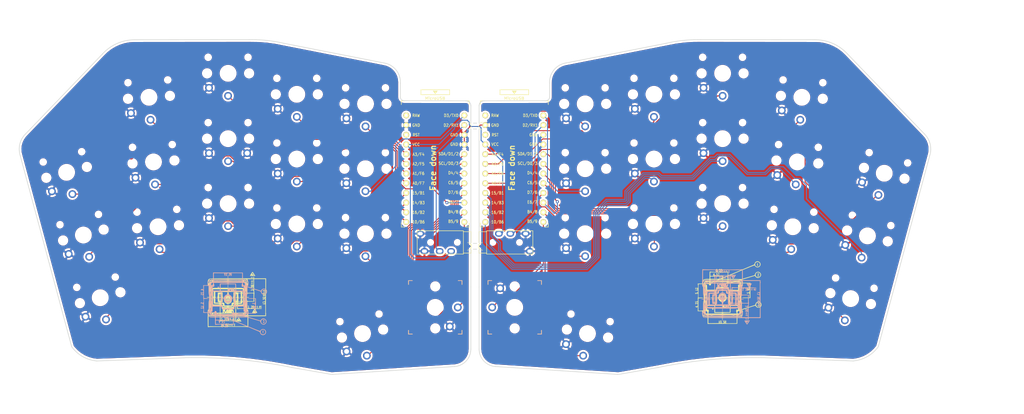
<source format=kicad_pcb>
(kicad_pcb (version 20171130) (host pcbnew "(5.1.10-1-10_14)")
  (layers (0 F.Cu signal) (31 B.Cu signal) (34 B.Paste user) (35 F.Paste user) (36 B.SilkS user) (37 F.SilkS user) (38 B.Mask user) (39 F.Mask user) (44 Edge.Cuts user))
  (net 0 "")
  (net 1 gnd)
  (net 2 vcc)
  (net 3 Switch18)
  (net 4 reset)
  (net 5 Switch1)
  (net 6 Switch2)
  (net 7 Switch3)
  (net 8 Switch4)
  (net 9 Switch5)
  (net 10 Switch6)
  (net 11 Switch7)
  (net 12 Switch8)
  (net 13 Switch9)
  (net 14 Switch10)
  (net 15 Switch11)
  (net 16 Switch12)
  (net 17 Switch13)
  (net 18 Switch14)
  (net 19 Switch15)
  (net 20 Switch16)
  (net 21 Switch17)
  (net 22 raw)
  (net 23 Switch18_r)
  (net 24 reset_r)
  (net 25 Switch9_r)
  (net 26 Switch10_r)
  (net 27 Switch11_r)
  (net 28 Switch12_r)
  (net 29 Switch13_r)
  (net 30 Switch14_r)
  (net 31 Switch15_r)
  (net 32 Switch16_r)
  (net 33 Switch17_r)
  (net 34 Switch1_r)
  (net 35 Switch2_r)
  (net 36 Switch3_r)
  (net 37 Switch4_r)
  (net 38 Switch5_r)
  (net 39 Switch6_r)
  (net 40 Switch7_r)
  (net 41 Switch8_r)
  (module silkscreens:pg1232_top (layer B.Cu) (at 199.48 95.13)
    (fp_text reference REF** hide)
    (fp_text value silk_pg2132_top hide)
  )
  (module silkscreens:pg1232_bottom (layer F.Cu) (at 199.48 95.13)
    (fp_text reference REF** hide)
    (fp_text value silk_pg1232_bottom hide)
  )
  (module silkscreens:pg1232_bottom (layer B.Cu) (at 69.938 95.13)
    (fp_text reference REF** hide)
    (fp_text value silk_pg1232_bottom hide)
  )
  (module silkscreens:pg1232_top (layer F.Cu) (at 69.938 95.13)
    (fp_text reference REF** hide)
    (fp_text value silk_pg2132_top hide)
  )
  (module "" (layer F.Cu) (at 143.56 51.94)
    (fp_text reference "" (at 134.62 50.038) (layer F.SilkS) (effects (font (size 1.27 1.27))))
    (fp_text value "" (at 134.62 50.038) (layer F.SilkS) (effects (font (size 1.27 1.27))))
    (fp_text user RST (at -3.69 0.432 unlocked) (layer F.SilkS) (effects (font (size 0.75 0.67) (thickness 0.125))))
  )
  (module "" (layer F.Cu) (at 143.61 51.92)
    (fp_text reference "" (at 134.62 50.038) (layer F.SilkS) (effects (font (size 1.27 1.27))))
    (fp_text value "" (at 134.62 50.038) (layer F.SilkS) (effects (font (size 1.27 1.27))))
    (fp_text user VCC (at -3.74 2.902 unlocked) (layer F.SilkS) (effects (font (size 0.75 0.67) (thickness 0.125))))
  )
  (module "" (layer F.Cu) (at 143.59 51.88)
    (fp_text reference "" (at 134.62 50.038) (layer F.SilkS) (effects (font (size 1.27 1.27))))
    (fp_text value "" (at 134.62 50.038) (layer F.SilkS) (effects (font (size 1.27 1.27))))
    (fp_text user RAW (at -3.72 -4.608 unlocked) (layer F.SilkS) (effects (font (size 0.75 0.67) (thickness 0.125))))
  )
  (module "" (layer F.Cu) (at 143.56 51.9)
    (fp_text reference "" (at 134.62 50.038) (layer F.SilkS) (effects (font (size 1.27 1.27))))
    (fp_text value "" (at 134.62 50.038) (layer F.SilkS) (effects (font (size 1.27 1.27))))
    (fp_text user GND (at -3.69 -2.078 unlocked) (layer F.SilkS) (effects (font (size 0.75 0.67) (thickness 0.125))))
  )
  (module "" (layer F.Cu) (at 122.92 51.85)
    (fp_text reference "" (at 134.62 50.038) (layer F.SilkS) (effects (font (size 1.27 1.27))))
    (fp_text value "" (at 134.62 50.038) (layer F.SilkS) (effects (font (size 1.27 1.27))))
    (fp_text user RAW (at -3.72 -4.578 unlocked) (layer F.SilkS) (effects (font (size 0.75 0.67) (thickness 0.125))))
  )
  (module "" (layer F.Cu) (at 122.89 51.87)
    (fp_text reference "" (at 134.62 50.038) (layer F.SilkS) (effects (font (size 1.27 1.27))))
    (fp_text value "" (at 134.62 50.038) (layer F.SilkS) (effects (font (size 1.27 1.27))))
    (fp_text user GND (at -3.69 -2.048 unlocked) (layer F.SilkS) (effects (font (size 0.75 0.67) (thickness 0.125))))
  )
  (module "" (layer F.Cu) (at 122.89 51.91)
    (fp_text reference "" (at 134.62 50.038) (layer F.SilkS) (effects (font (size 1.27 1.27))))
    (fp_text value "" (at 134.62 50.038) (layer F.SilkS) (effects (font (size 1.27 1.27))))
    (fp_text user RST (at -3.69 0.462 unlocked) (layer F.SilkS) (effects (font (size 0.75 0.67) (thickness 0.125))))
  )
  (module "" (layer F.Cu) (at 122.94 51.89)
    (fp_text reference "" (at 134.62 50.038) (layer F.SilkS) (effects (font (size 1.27 1.27))))
    (fp_text value "" (at 134.62 50.038) (layer F.SilkS) (effects (font (size 1.27 1.27))))
    (fp_text user VCC (at -3.74 2.98 unlocked) (layer F.SilkS) (effects (font (size 0.75 0.67) (thickness 0.125))))
  )
  (module kbd:mouse-bite-2mm-slot-with-space-for-track (layer F.Cu) (at 134.62 50.038)
    (fp_text reference mouse-bite-2mm-slot hide)
    (fp_text value VAL** hide)
    (pad "" np_thru_hole circle (at -0.75 -0.75) (size 0.5 0.5) (drill 0.5) (layers *.Cu *.Mask))
    (pad "" np_thru_hole circle (at -0.75 0.75) (size 0.5 0.5) (drill 0.5) (layers *.Cu *.Mask))
    (pad "" np_thru_hole circle (at 0.75 0.75) (size 0.5 0.5) (drill 0.5) (layers *.Cu *.Mask))
    (pad "" np_thru_hole circle (at 0.75 -0.75) (size 0.5 0.5) (drill 0.5) (layers *.Cu *.Mask))
  )
  (module kbd:mouse-bite-2mm-slot-with-space-for-track (layer F.Cu) (at 134.62 81.534)
    (fp_text reference mouse-bite-2mm-slot hide)
    (fp_text value VAL** hide)
    (pad "" np_thru_hole circle (at -0.75 -0.75) (size 0.5 0.5) (drill 0.5) (layers *.Cu *.Mask))
    (pad "" np_thru_hole circle (at -0.75 0.75) (size 0.5 0.5) (drill 0.5) (layers *.Cu *.Mask))
    (pad "" np_thru_hole circle (at 0.75 0.75) (size 0.5 0.5) (drill 0.5) (layers *.Cu *.Mask))
    (pad "" np_thru_hole circle (at 0.75 -0.75) (size 0.5 0.5) (drill 0.5) (layers *.Cu *.Mask))
  )
  (module Kailh:SW_PG1350_15_non_reversible_b2 (layer F.Cu) (at 145.018 97.536 270)
    (fp_text reference SW20_r1 hide)
    (fp_text value SW_Push hide)
    (pad "" np_thru_hole circle (at 0 0 270) (size 3.429 3.429) (drill 3.429) (layers *.Cu *.Mask))
    (pad 2 thru_hole circle (at -5 3.8 270) (size 2.032 2.032) (drill 1.27) (layers *.Cu *.Mask) (net 1 gnd))
    (pad 1 thru_hole circle (at 0 5.9 270) (size 2.032 2.032) (drill 1.27) (layers *.Cu *.Mask) (net 33 Switch17_r))
    (pad "" np_thru_hole circle (at 5.5 0 270) (size 1.7018 1.7018) (drill 1.7018) (layers *.Cu *.Mask))
    (pad "" np_thru_hole circle (at -5.5 0 270) (size 1.7018 1.7018) (drill 1.7018) (layers *.Cu *.Mask))
  )
  (module Kailh:SW_PG1350_15_non_reversible_b2 (layer F.Cu) (at 124.206 97.536 90)
    (fp_text reference SW20 hide)
    (fp_text value SW_Push hide)
    (pad "" np_thru_hole circle (at 0 0 90) (size 3.429 3.429) (drill 3.429) (layers *.Cu *.Mask))
    (pad 2 thru_hole circle (at -5 3.8 90) (size 2.032 2.032) (drill 1.27) (layers *.Cu *.Mask) (net 1 gnd))
    (pad 1 thru_hole circle (at 0 5.9 90) (size 2.032 2.032) (drill 1.27) (layers *.Cu *.Mask) (net 21 Switch17))
    (pad "" np_thru_hole circle (at 5.5 0 90) (size 1.7018 1.7018) (drill 1.7018) (layers *.Cu *.Mask))
    (pad "" np_thru_hole circle (at -5.5 0 90) (size 1.7018 1.7018) (drill 1.7018) (layers *.Cu *.Mask))
  )
  (module kbd:ProMicro_v3 (layer F.Cu) (at 144.918 61.722)
    (fp_text reference U2 hide)
    (fp_text value ProMicro-kbd hide)
    (fp_text user A3/F4 (at -4.395 -4.25 unlocked) (layer F.SilkS) (effects (font (size 0.75 0.67) (thickness 0.125))))
    (fp_text user A2/F5 (at -4.395 -1.75 unlocked) (layer F.SilkS) (effects (font (size 0.75 0.67) (thickness 0.125))))
    (fp_text user A1/F6 (at -4.395 0.75 unlocked) (layer F.SilkS) (effects (font (size 0.75 0.67) (thickness 0.125))))
    (fp_text user A0/F7 (at -4.395 3.3 unlocked) (layer F.SilkS) (effects (font (size 0.75 0.67) (thickness 0.125))))
    (fp_text user 15/B1 (at -4.395 5.85 unlocked) (layer F.SilkS) (effects (font (size 0.75 0.67) (thickness 0.125))))
    (fp_text user 14/B3 (at -4.395 8.4 unlocked) (layer F.SilkS) (effects (font (size 0.75 0.67) (thickness 0.125))))
    (fp_text user 10/B6 (at -4.395 13.45 unlocked) (layer F.SilkS) (effects (font (size 0.75 0.67) (thickness 0.125))))
    (fp_text user 16/B2 (at -4.395 10.95 unlocked) (layer F.SilkS) (effects (font (size 0.75 0.67) (thickness 0.125))))
    (fp_text user E6/7 (at 4.705 8.25 unlocked) (layer F.SilkS) (effects (font (size 0.75 0.67) (thickness 0.125))))
    (fp_text user D7/6 (at 4.705 5.7 unlocked) (layer F.SilkS) (effects (font (size 0.75 0.67) (thickness 0.125))))
    (fp_text user GND (at 4.955 -9.35 unlocked) (layer F.SilkS) (effects (font (size 0.75 0.67) (thickness 0.125))))
    (fp_text user GND (at 4.955 -6.9 unlocked) (layer F.SilkS) (effects (font (size 0.75 0.67) (thickness 0.125))))
    (fp_text user D3/TX0 (at 4.155 -14.45 unlocked) (layer F.SilkS) (effects (font (size 0.75 0.67) (thickness 0.125))))
    (fp_text user D4/4 (at 4.705 0.6 unlocked) (layer F.SilkS) (effects (font (size 0.75 0.67) (thickness 0.125))))
    (fp_text user SDA/D1/2 (at 3.455 -4.4 unlocked) (layer F.SilkS) (effects (font (size 0.75 0.67) (thickness 0.125))))
    (fp_text user SCL/D0/3 (at 3.455 -1.9 unlocked) (layer F.SilkS) (effects (font (size 0.75 0.67) (thickness 0.125))))
    (fp_text user C6/5 (at 4.705 3.15 unlocked) (layer F.SilkS) (effects (font (size 0.75 0.67) (thickness 0.125))))
    (fp_text user B5/9 (at 4.705 13.3 unlocked) (layer F.SilkS) (effects (font (size 0.75 0.67) (thickness 0.125))))
    (fp_text user D2/RX1 (at 4.155 -11.9 unlocked) (layer F.SilkS) (effects (font (size 0.75 0.67) (thickness 0.125))))
    (fp_text user B4/8 (at 4.705 10.8 unlocked) (layer F.SilkS) (effects (font (size 0.75 0.67) (thickness 0.125))))
    (fp_text user MicroUSB (at -0.05 -18.95) (layer F.SilkS) (effects (font (size 0.75 0.75) (thickness 0.12))))
    (pad 24 thru_hole circle (at -7.6086 -14.478) (size 1.524 1.524) (drill 0.8128) (layers *.Cu F.SilkS B.Mask) (net 22 raw))
    (pad 23 thru_hole circle (at -7.6086 -11.938) (size 1.524 1.524) (drill 0.8128) (layers *.Cu F.SilkS B.Mask) (net 1 gnd))
    (pad 22 thru_hole circle (at -7.6086 -9.398) (size 1.524 1.524) (drill 0.8128) (layers *.Cu F.SilkS B.Mask) (net 24 reset_r))
    (pad 21 thru_hole circle (at -7.6086 -6.858) (size 1.524 1.524) (drill 0.8128) (layers *.Cu F.SilkS B.Mask) (net 2 vcc))
    (pad 20 thru_hole circle (at -7.6086 -4.318) (size 1.524 1.524) (drill 0.8128) (layers *.Cu F.SilkS B.Mask) (net 38 Switch5_r))
    (pad 19 thru_hole circle (at -7.6086 -1.778) (size 1.524 1.524) (drill 0.8128) (layers *.Cu F.SilkS B.Mask) (net 37 Switch4_r))
    (pad 18 thru_hole circle (at -7.6086 0.762) (size 1.524 1.524) (drill 0.8128) (layers *.Cu F.SilkS B.Mask) (net 36 Switch3_r))
    (pad 17 thru_hole circle (at -7.6086 3.302) (size 1.524 1.524) (drill 0.8128) (layers *.Cu F.SilkS B.Mask) (net 35 Switch2_r))
    (pad 16 thru_hole circle (at -7.6086 5.842) (size 1.524 1.524) (drill 0.8128) (layers *.Cu F.SilkS B.Mask) (net 39 Switch6_r))
    (pad 15 thru_hole circle (at -7.6086 8.382) (size 1.524 1.524) (drill 0.8128) (layers *.Cu F.SilkS B.Mask) (net 40 Switch7_r))
    (pad 14 thru_hole circle (at -7.6086 10.922) (size 1.524 1.524) (drill 0.8128) (layers *.Cu F.SilkS B.Mask) (net 41 Switch8_r))
    (pad 13 thru_hole circle (at -7.6086 13.462) (size 1.524 1.524) (drill 0.8128) (layers *.Cu F.SilkS B.Mask) (net 25 Switch9_r))
    (pad 12 thru_hole circle (at 7.6114 13.462) (size 1.524 1.524) (drill 0.8128) (layers *.Cu F.SilkS B.Mask) (net 33 Switch17_r))
    (pad 11 thru_hole circle (at 7.6114 10.922) (size 1.524 1.524) (drill 0.8128) (layers *.Cu F.SilkS B.Mask) (net 32 Switch16_r))
    (pad 10 thru_hole circle (at 7.6114 8.382) (size 1.524 1.524) (drill 0.8128) (layers *.Cu F.SilkS B.Mask) (net 34 Switch1_r))
    (pad 9 thru_hole circle (at 7.6114 5.842) (size 1.524 1.524) (drill 0.8128) (layers *.Cu F.SilkS B.Mask) (net 31 Switch15_r))
    (pad 8 thru_hole circle (at 7.6114 3.302) (size 1.524 1.524) (drill 0.8128) (layers *.Cu F.SilkS B.Mask) (net 30 Switch14_r))
    (pad 7 thru_hole circle (at 7.6114 0.762) (size 1.524 1.524) (drill 0.8128) (layers *.Cu F.SilkS B.Mask) (net 29 Switch13_r))
    (pad 6 thru_hole circle (at 7.6114 -1.778) (size 1.524 1.524) (drill 0.8128) (layers *.Cu F.SilkS B.Mask) (net 28 Switch12_r))
    (pad 5 thru_hole circle (at 7.6114 -4.318) (size 1.524 1.524) (drill 0.8128) (layers *.Cu F.SilkS B.Mask) (net 27 Switch11_r))
    (pad 4 thru_hole circle (at 7.6114 -6.858) (size 1.524 1.524) (drill 0.8128) (layers *.Cu F.SilkS B.Mask) (net 1 gnd))
    (pad 3 thru_hole circle (at 7.6114 -9.398) (size 1.524 1.524) (drill 0.8128) (layers *.Cu F.SilkS B.Mask) (net 1 gnd))
    (pad 2 thru_hole circle (at 7.6114 -11.938) (size 1.524 1.524) (drill 0.8128) (layers *.Cu F.SilkS B.Mask) (net 23 Switch18_r))
    (pad 1 thru_hole circle (at 7.6114 -14.478) (size 1.524 1.524) (drill 0.8128) (layers *.Cu F.SilkS B.Mask) (net 26 Switch10_r))
  )
  (module kbd:ProMicro_v3 (layer F.Cu) (at 124.206 61.722)
    (fp_text reference U1 hide)
    (fp_text value ProMicro-kbd hide)
    (fp_text user "" (at -1.2065 -16.256) (layer B.SilkS) (effects (justify mirror)))
    (fp_text user "" (at -0.5 -17.25) (layer F.SilkS))
    (fp_text user A3/F4 (at -4.395 -4.25 unlocked) (layer F.SilkS) (effects (font (size 0.75 0.67) (thickness 0.125))))
    (fp_text user A2/F5 (at -4.395 -1.75 unlocked) (layer F.SilkS) (effects (font (size 0.75 0.67) (thickness 0.125))))
    (fp_text user A1/F6 (at -4.395 0.75 unlocked) (layer F.SilkS) (effects (font (size 0.75 0.67) (thickness 0.125))))
    (fp_text user A0/F7 (at -4.395 3.3 unlocked) (layer F.SilkS) (effects (font (size 0.75 0.67) (thickness 0.125))))
    (fp_text user 15/B1 (at -4.395 5.85 unlocked) (layer F.SilkS) (effects (font (size 0.75 0.67) (thickness 0.125))))
    (fp_text user 14/B3 (at -4.395 8.4 unlocked) (layer F.SilkS) (effects (font (size 0.75 0.67) (thickness 0.125))))
    (fp_text user 10/B6 (at -4.395 13.45 unlocked) (layer F.SilkS) (effects (font (size 0.75 0.67) (thickness 0.125))))
    (fp_text user 16/B2 (at -4.395 10.95 unlocked) (layer F.SilkS) (effects (font (size 0.75 0.67) (thickness 0.125))))
    (fp_text user E6/7 (at 4.705 8.25 unlocked) (layer F.SilkS) (effects (font (size 0.75 0.67) (thickness 0.125))))
    (fp_text user D7/6 (at 4.705 5.7 unlocked) (layer F.SilkS) (effects (font (size 0.75 0.67) (thickness 0.125))))
    (fp_text user GND (at 4.955 -9.35 unlocked) (layer F.SilkS) (effects (font (size 0.75 0.67) (thickness 0.125))))
    (fp_text user GND (at 4.955 -6.9 unlocked) (layer F.SilkS) (effects (font (size 0.75 0.67) (thickness 0.125))))
    (fp_text user D3/TX0 (at 4.155 -14.45 unlocked) (layer F.SilkS) (effects (font (size 0.75 0.67) (thickness 0.125))))
    (fp_text user D4/4 (at 4.705 0.6 unlocked) (layer F.SilkS) (effects (font (size 0.75 0.67) (thickness 0.125))))
    (fp_text user SDA/D1/2 (at 3.455 -4.4 unlocked) (layer F.SilkS) (effects (font (size 0.75 0.67) (thickness 0.125))))
    (fp_text user SCL/D0/3 (at 3.455 -1.9 unlocked) (layer F.SilkS) (effects (font (size 0.75 0.67) (thickness 0.125))))
    (fp_text user C6/5 (at 4.705 3.15 unlocked) (layer F.SilkS) (effects (font (size 0.75 0.67) (thickness 0.125))))
    (fp_text user B5/9 (at 4.705 13.3 unlocked) (layer F.SilkS) (effects (font (size 0.75 0.67) (thickness 0.125))))
    (fp_text user D2/RX1 (at 4.155 -11.9 unlocked) (layer F.SilkS) (effects (font (size 0.75 0.67) (thickness 0.125))))
    (fp_text user B4/8 (at 4.705 10.8 unlocked) (layer F.SilkS) (effects (font (size 0.75 0.67) (thickness 0.125))))
    (fp_text user MicroUSB (at -0.05 -18.95) (layer F.SilkS) (effects (font (size 0.75 0.75) (thickness 0.12))))
    (pad 24 thru_hole circle (at -7.6086 -14.478) (size 1.524 1.524) (drill 0.8128) (layers *.Cu F.SilkS B.Mask) (net 22 raw))
    (pad 23 thru_hole circle (at -7.6086 -11.938) (size 1.524 1.524) (drill 0.8128) (layers *.Cu F.SilkS B.Mask) (net 1 gnd))
    (pad 22 thru_hole circle (at -7.6086 -9.398) (size 1.524 1.524) (drill 0.8128) (layers *.Cu F.SilkS B.Mask) (net 4 reset))
    (pad 21 thru_hole circle (at -7.6086 -6.858) (size 1.524 1.524) (drill 0.8128) (layers *.Cu F.SilkS B.Mask) (net 2 vcc))
    (pad 20 thru_hole circle (at -7.6086 -4.318) (size 1.524 1.524) (drill 0.8128) (layers *.Cu F.SilkS B.Mask) (net 9 Switch5))
    (pad 19 thru_hole circle (at -7.6086 -1.778) (size 1.524 1.524) (drill 0.8128) (layers *.Cu F.SilkS B.Mask) (net 8 Switch4))
    (pad 18 thru_hole circle (at -7.6086 0.762) (size 1.524 1.524) (drill 0.8128) (layers *.Cu F.SilkS B.Mask) (net 7 Switch3))
    (pad 17 thru_hole circle (at -7.6086 3.302) (size 1.524 1.524) (drill 0.8128) (layers *.Cu F.SilkS B.Mask) (net 6 Switch2))
    (pad 16 thru_hole circle (at -7.6086 5.842) (size 1.524 1.524) (drill 0.8128) (layers *.Cu F.SilkS B.Mask) (net 10 Switch6))
    (pad 15 thru_hole circle (at -7.6086 8.382) (size 1.524 1.524) (drill 0.8128) (layers *.Cu F.SilkS B.Mask) (net 11 Switch7))
    (pad 14 thru_hole circle (at -7.6086 10.922) (size 1.524 1.524) (drill 0.8128) (layers *.Cu F.SilkS B.Mask) (net 12 Switch8))
    (pad 13 thru_hole circle (at -7.6086 13.462) (size 1.524 1.524) (drill 0.8128) (layers *.Cu F.SilkS B.Mask) (net 13 Switch9))
    (pad 12 thru_hole circle (at 7.6114 13.462) (size 1.524 1.524) (drill 0.8128) (layers *.Cu F.SilkS B.Mask) (net 21 Switch17))
    (pad 11 thru_hole circle (at 7.6114 10.922) (size 1.524 1.524) (drill 0.8128) (layers *.Cu F.SilkS B.Mask) (net 20 Switch16))
    (pad 10 thru_hole circle (at 7.6114 8.382) (size 1.524 1.524) (drill 0.8128) (layers *.Cu F.SilkS B.Mask) (net 5 Switch1))
    (pad 9 thru_hole circle (at 7.6114 5.842) (size 1.524 1.524) (drill 0.8128) (layers *.Cu F.SilkS B.Mask) (net 19 Switch15))
    (pad 8 thru_hole circle (at 7.6114 3.302) (size 1.524 1.524) (drill 0.8128) (layers *.Cu F.SilkS B.Mask) (net 18 Switch14))
    (pad 7 thru_hole circle (at 7.6114 0.762) (size 1.524 1.524) (drill 0.8128) (layers *.Cu F.SilkS B.Mask) (net 17 Switch13))
    (pad 6 thru_hole circle (at 7.6114 -1.778) (size 1.524 1.524) (drill 0.8128) (layers *.Cu F.SilkS B.Mask) (net 16 Switch12))
    (pad 5 thru_hole circle (at 7.6114 -4.318) (size 1.524 1.524) (drill 0.8128) (layers *.Cu F.SilkS B.Mask) (net 15 Switch11))
    (pad 4 thru_hole circle (at 7.6114 -6.858) (size 1.524 1.524) (drill 0.8128) (layers *.Cu F.SilkS B.Mask) (net 1 gnd))
    (pad 3 thru_hole circle (at 7.6114 -9.398) (size 1.524 1.524) (drill 0.8128) (layers *.Cu F.SilkS B.Mask) (net 1 gnd))
    (pad 2 thru_hole circle (at 7.6114 -11.938) (size 1.524 1.524) (drill 0.8128) (layers *.Cu F.SilkS B.Mask) (net 3 Switch18))
    (pad 1 thru_hole circle (at 7.6114 -14.478) (size 1.524 1.524) (drill 0.8128) (layers *.Cu F.SilkS B.Mask) (net 14 Switch10))
  )
  (module Kailh:TRRS-PJ-320A (layer F.Cu) (at 137.668 80.518 90)
    (fp_text reference J1)
    (fp_text value AudioJack4dpb hide)
    (pad R1 thru_hole oval (at 2.3 6.2 90) (size 1.6 2) (drill oval 0.9 1.3) (layers *.Cu *.Mask) (net 23 Switch18_r))
    (pad "" np_thru_hole circle (at 0 1.6 90) (size 0.8 0.8) (drill 0.8) (layers *.Cu *.Mask))
    (pad "" np_thru_hole circle (at 0 8.6 90) (size 0.8 0.8) (drill 0.8) (layers *.Cu *.Mask))
    (pad R2 thru_hole oval (at 2.3 3.2 90) (size 1.6 2) (drill oval 0.9 1.3) (layers *.Cu *.Mask) (net 2 vcc))
    (pad T thru_hole oval (at 2.3 10.2 90) (size 1.6 2) (drill oval 0.9 1.3) (layers *.Cu *.Mask) (net 1 gnd))
    (pad S thru_hole oval (at -2.3 11.3 90) (size 1.6 2) (drill oval 0.9 1.3) (layers *.Cu *.Mask) (net 1 gnd))
  )
  (module Kailh:TRRS-PJ-320A (layer F.Cu) (at 131.572 80.518 270)
    (fp_text reference J2)
    (fp_text value AudioJack4dpb hide)
    (pad R1 thru_hole oval (at 2.3 6.2 270) (size 1.6 2) (drill oval 0.9 1.3) (layers *.Cu *.Mask) (net 3 Switch18))
    (pad "" np_thru_hole circle (at 0 1.6 270) (size 0.8 0.8) (drill 0.8) (layers *.Cu *.Mask))
    (pad "" np_thru_hole circle (at 0 8.6 270) (size 0.8 0.8) (drill 0.8) (layers *.Cu *.Mask))
    (pad R2 thru_hole oval (at 2.3 3.2 270) (size 1.6 2) (drill oval 0.9 1.3) (layers *.Cu *.Mask) (net 2 vcc))
    (pad T thru_hole oval (at 2.3 10.2 270) (size 1.6 2) (drill oval 0.9 1.3) (layers *.Cu *.Mask) (net 1 gnd))
    (pad S thru_hole oval (at -2.3 11.3 270) (size 1.6 2) (drill oval 0.9 1.3) (layers *.Cu *.Mask) (net 1 gnd))
  )
  (module Kailh:SW_PG1350_nonrev_DPB (layer F.Cu) (at 27.626215 62.16335 15)
    (fp_text reference SW2 hide)
    (fp_text value SW_Push hide)
    (pad "" np_thru_hole circle (at -5.22 -4.2 15) (size 0.9906 0.9906) (drill 0.9906) (layers *.Cu *.Mask))
    (pad "" np_thru_hole circle (at 0 0 15) (size 3.429 3.429) (drill 3.429) (layers *.Cu *.Mask))
    (pad 2 thru_hole circle (at -5 3.8 15) (size 2.032 2.032) (drill 1.27) (layers *.Cu *.Mask) (net 1 gnd))
    (pad 1 thru_hole circle (at 0 5.9 15) (size 2.032 2.032) (drill 1.27) (layers *.Cu *.Mask) (net 5 Switch1))
    (pad "" np_thru_hole circle (at 5.22 -4.2 15) (size 0.9906 0.9906) (drill 0.9906) (layers *.Cu *.Mask))
    (pad "" np_thru_hole circle (at 5.5 0 15) (size 1.7018 1.7018) (drill 1.7018) (layers *.Cu *.Mask))
    (pad "" np_thru_hole circle (at -5.5 0 15) (size 1.7018 1.7018) (drill 1.7018) (layers *.Cu *.Mask))
  )
  (module Kailh:SW_PG1350_nonrev_DPB (layer F.Cu) (at 49.20797 42.504143 4)
    (fp_text reference SW3 hide)
    (fp_text value SW_Push hide)
    (pad "" np_thru_hole circle (at -5.22 -4.2 4) (size 0.9906 0.9906) (drill 0.9906) (layers *.Cu *.Mask))
    (pad "" np_thru_hole circle (at 0 0 4) (size 3.429 3.429) (drill 3.429) (layers *.Cu *.Mask))
    (pad 2 thru_hole circle (at -5 3.8 4) (size 2.032 2.032) (drill 1.27) (layers *.Cu *.Mask) (net 1 gnd))
    (pad 1 thru_hole circle (at 0 5.9 4) (size 2.032 2.032) (drill 1.27) (layers *.Cu *.Mask) (net 6 Switch2))
    (pad "" np_thru_hole circle (at 5.22 -4.2 4) (size 0.9906 0.9906) (drill 0.9906) (layers *.Cu *.Mask))
    (pad "" np_thru_hole circle (at 5.5 0 4) (size 1.7018 1.7018) (drill 1.7018) (layers *.Cu *.Mask))
    (pad "" np_thru_hole circle (at -5.5 0 4) (size 1.7018 1.7018) (drill 1.7018) (layers *.Cu *.Mask))
  )
  (module Kailh:SW_PG1350_nonrev_DPB (layer F.Cu) (at 69.938 36.224)
    (fp_text reference SW4 hide)
    (fp_text value SW_Push hide)
    (pad "" np_thru_hole circle (at -5.22 -4.2) (size 0.9906 0.9906) (drill 0.9906) (layers *.Cu *.Mask))
    (pad "" np_thru_hole circle (at 0 0) (size 3.429 3.429) (drill 3.429) (layers *.Cu *.Mask))
    (pad 2 thru_hole circle (at -5 3.8) (size 2.032 2.032) (drill 1.27) (layers *.Cu *.Mask) (net 1 gnd))
    (pad 1 thru_hole circle (at 0 5.9) (size 2.032 2.032) (drill 1.27) (layers *.Cu *.Mask) (net 7 Switch3))
    (pad "" np_thru_hole circle (at 5.22 -4.2) (size 0.9906 0.9906) (drill 0.9906) (layers *.Cu *.Mask))
    (pad "" np_thru_hole circle (at 5.5 0) (size 1.7018 1.7018) (drill 1.7018) (layers *.Cu *.Mask))
    (pad "" np_thru_hole circle (at -5.5 0) (size 1.7018 1.7018) (drill 1.7018) (layers *.Cu *.Mask))
  )
  (module Kailh:SW_PG1350_nonrev_DPB (layer F.Cu) (at 87.938 41.724)
    (fp_text reference SW5 hide)
    (fp_text value SW_Push hide)
    (pad "" np_thru_hole circle (at -5.22 -4.2) (size 0.9906 0.9906) (drill 0.9906) (layers *.Cu *.Mask))
    (pad "" np_thru_hole circle (at 0 0) (size 3.429 3.429) (drill 3.429) (layers *.Cu *.Mask))
    (pad 2 thru_hole circle (at -5 3.8) (size 2.032 2.032) (drill 1.27) (layers *.Cu *.Mask) (net 1 gnd))
    (pad 1 thru_hole circle (at 0 5.9) (size 2.032 2.032) (drill 1.27) (layers *.Cu *.Mask) (net 8 Switch4))
    (pad "" np_thru_hole circle (at 5.22 -4.2) (size 0.9906 0.9906) (drill 0.9906) (layers *.Cu *.Mask))
    (pad "" np_thru_hole circle (at 5.5 0) (size 1.7018 1.7018) (drill 1.7018) (layers *.Cu *.Mask))
    (pad "" np_thru_hole circle (at -5.5 0) (size 1.7018 1.7018) (drill 1.7018) (layers *.Cu *.Mask))
  )
  (module Kailh:SW_PG1350_nonrev_DPB (layer F.Cu) (at 105.938 44.224)
    (fp_text reference SW6 hide)
    (fp_text value SW_Push hide)
    (pad "" np_thru_hole circle (at -5.22 -4.2) (size 0.9906 0.9906) (drill 0.9906) (layers *.Cu *.Mask))
    (pad "" np_thru_hole circle (at 0 0) (size 3.429 3.429) (drill 3.429) (layers *.Cu *.Mask))
    (pad 2 thru_hole circle (at -5 3.8) (size 2.032 2.032) (drill 1.27) (layers *.Cu *.Mask) (net 1 gnd))
    (pad 1 thru_hole circle (at 0 5.9) (size 2.032 2.032) (drill 1.27) (layers *.Cu *.Mask) (net 9 Switch5))
    (pad "" np_thru_hole circle (at 5.22 -4.2) (size 0.9906 0.9906) (drill 0.9906) (layers *.Cu *.Mask))
    (pad "" np_thru_hole circle (at 5.5 0) (size 1.7018 1.7018) (drill 1.7018) (layers *.Cu *.Mask))
    (pad "" np_thru_hole circle (at -5.5 0) (size 1.7018 1.7018) (drill 1.7018) (layers *.Cu *.Mask))
  )
  (module Kailh:SW_PG1350_nonrev_DPB (layer F.Cu) (at 32.026138 78.58409 15)
    (fp_text reference SW8 hide)
    (fp_text value SW_Push hide)
    (pad "" np_thru_hole circle (at -5.22 -4.2 15) (size 0.9906 0.9906) (drill 0.9906) (layers *.Cu *.Mask))
    (pad "" np_thru_hole circle (at 0 0 15) (size 3.429 3.429) (drill 3.429) (layers *.Cu *.Mask))
    (pad 2 thru_hole circle (at -5 3.8 15) (size 2.032 2.032) (drill 1.27) (layers *.Cu *.Mask) (net 1 gnd))
    (pad 1 thru_hole circle (at 0 5.9 15) (size 2.032 2.032) (drill 1.27) (layers *.Cu *.Mask) (net 10 Switch6))
    (pad "" np_thru_hole circle (at 5.22 -4.2 15) (size 0.9906 0.9906) (drill 0.9906) (layers *.Cu *.Mask))
    (pad "" np_thru_hole circle (at 5.5 0 15) (size 1.7018 1.7018) (drill 1.7018) (layers *.Cu *.Mask))
    (pad "" np_thru_hole circle (at -5.5 0 15) (size 1.7018 1.7018) (drill 1.7018) (layers *.Cu *.Mask))
  )
  (module Kailh:SW_PG1350_nonrev_DPB (layer F.Cu) (at 50.392017 59.436795 4)
    (fp_text reference SW9 hide)
    (fp_text value SW_Push hide)
    (pad "" np_thru_hole circle (at -5.22 -4.2 4) (size 0.9906 0.9906) (drill 0.9906) (layers *.Cu *.Mask))
    (pad "" np_thru_hole circle (at 0 0 4) (size 3.429 3.429) (drill 3.429) (layers *.Cu *.Mask))
    (pad 2 thru_hole circle (at -5 3.8 4) (size 2.032 2.032) (drill 1.27) (layers *.Cu *.Mask) (net 1 gnd))
    (pad 1 thru_hole circle (at 0 5.9 4) (size 2.032 2.032) (drill 1.27) (layers *.Cu *.Mask) (net 11 Switch7))
    (pad "" np_thru_hole circle (at 5.22 -4.2 4) (size 0.9906 0.9906) (drill 0.9906) (layers *.Cu *.Mask))
    (pad "" np_thru_hole circle (at 5.5 0 4) (size 1.7018 1.7018) (drill 1.7018) (layers *.Cu *.Mask))
    (pad "" np_thru_hole circle (at -5.5 0 4) (size 1.7018 1.7018) (drill 1.7018) (layers *.Cu *.Mask))
  )
  (module Kailh:SW_PG1350_nonrev_DPB (layer F.Cu) (at 87.938 58.674)
    (fp_text reference SW11 hide)
    (fp_text value SW_Push hide)
    (pad "" np_thru_hole circle (at -5.22 -4.2) (size 0.9906 0.9906) (drill 0.9906) (layers *.Cu *.Mask))
    (pad "" np_thru_hole circle (at 0 0) (size 3.429 3.429) (drill 3.429) (layers *.Cu *.Mask))
    (pad 2 thru_hole circle (at -5 3.8) (size 2.032 2.032) (drill 1.27) (layers *.Cu *.Mask) (net 1 gnd))
    (pad 1 thru_hole circle (at 0 5.9) (size 2.032 2.032) (drill 1.27) (layers *.Cu *.Mask) (net 13 Switch9))
    (pad "" np_thru_hole circle (at 5.22 -4.2) (size 0.9906 0.9906) (drill 0.9906) (layers *.Cu *.Mask))
    (pad "" np_thru_hole circle (at 5.5 0) (size 1.7018 1.7018) (drill 1.7018) (layers *.Cu *.Mask))
    (pad "" np_thru_hole circle (at -5.5 0) (size 1.7018 1.7018) (drill 1.7018) (layers *.Cu *.Mask))
  )
  (module Kailh:SW_PG1350_nonrev_DPB (layer F.Cu) (at 105.918 61.214)
    (fp_text reference SW12 hide)
    (fp_text value SW_Push hide)
    (pad "" np_thru_hole circle (at -5.22 -4.2) (size 0.9906 0.9906) (drill 0.9906) (layers *.Cu *.Mask))
    (pad "" np_thru_hole circle (at 0 0) (size 3.429 3.429) (drill 3.429) (layers *.Cu *.Mask))
    (pad 2 thru_hole circle (at -5 3.8) (size 2.032 2.032) (drill 1.27) (layers *.Cu *.Mask) (net 1 gnd))
    (pad 1 thru_hole circle (at 0 5.9) (size 2.032 2.032) (drill 1.27) (layers *.Cu *.Mask) (net 14 Switch10))
    (pad "" np_thru_hole circle (at 5.22 -4.2) (size 0.9906 0.9906) (drill 0.9906) (layers *.Cu *.Mask))
    (pad "" np_thru_hole circle (at 5.5 0) (size 1.7018 1.7018) (drill 1.7018) (layers *.Cu *.Mask))
    (pad "" np_thru_hole circle (at -5.5 0) (size 1.7018 1.7018) (drill 1.7018) (layers *.Cu *.Mask))
  )
  (module Kailh:SW_PG1350_nonrev_DPB (layer F.Cu) (at 36.426062 95.004829 15)
    (fp_text reference SW14 hide)
    (fp_text value SW_Push hide)
    (pad "" np_thru_hole circle (at -5.22 -4.2 15) (size 0.9906 0.9906) (drill 0.9906) (layers *.Cu *.Mask))
    (pad "" np_thru_hole circle (at 0 0 15) (size 3.429 3.429) (drill 3.429) (layers *.Cu *.Mask))
    (pad 2 thru_hole circle (at -5 3.8 15) (size 2.032 2.032) (drill 1.27) (layers *.Cu *.Mask) (net 1 gnd))
    (pad 1 thru_hole circle (at 0 5.9 15) (size 2.032 2.032) (drill 1.27) (layers *.Cu *.Mask) (net 15 Switch11))
    (pad "" np_thru_hole circle (at 5.22 -4.2 15) (size 0.9906 0.9906) (drill 0.9906) (layers *.Cu *.Mask))
    (pad "" np_thru_hole circle (at 5.5 0 15) (size 1.7018 1.7018) (drill 1.7018) (layers *.Cu *.Mask))
    (pad "" np_thru_hole circle (at -5.5 0 15) (size 1.7018 1.7018) (drill 1.7018) (layers *.Cu *.Mask))
  )
  (module Kailh:SW_PG1350_nonrev_DPB (layer F.Cu) (at 51.579132 76.41334 4)
    (fp_text reference SW15 hide)
    (fp_text value SW_Push hide)
    (pad "" np_thru_hole circle (at -5.22 -4.2 4) (size 0.9906 0.9906) (drill 0.9906) (layers *.Cu *.Mask))
    (pad "" np_thru_hole circle (at 0 0 4) (size 3.429 3.429) (drill 3.429) (layers *.Cu *.Mask))
    (pad 2 thru_hole circle (at -5 3.8 4) (size 2.032 2.032) (drill 1.27) (layers *.Cu *.Mask) (net 1 gnd))
    (pad 1 thru_hole circle (at 0 5.9 4) (size 2.032 2.032) (drill 1.27) (layers *.Cu *.Mask) (net 16 Switch12))
    (pad "" np_thru_hole circle (at 5.22 -4.2 4) (size 0.9906 0.9906) (drill 0.9906) (layers *.Cu *.Mask))
    (pad "" np_thru_hole circle (at 5.5 0 4) (size 1.7018 1.7018) (drill 1.7018) (layers *.Cu *.Mask))
    (pad "" np_thru_hole circle (at -5.5 0 4) (size 1.7018 1.7018) (drill 1.7018) (layers *.Cu *.Mask))
  )
  (module Kailh:SW_PG1350_nonrev_DPB (layer F.Cu) (at 69.938 70.358)
    (fp_text reference SW16 hide)
    (fp_text value SW_Push hide)
    (pad "" np_thru_hole circle (at -5.22 -4.2) (size 0.9906 0.9906) (drill 0.9906) (layers *.Cu *.Mask))
    (pad "" np_thru_hole circle (at 0 0) (size 3.429 3.429) (drill 3.429) (layers *.Cu *.Mask))
    (pad 2 thru_hole circle (at -5 3.8) (size 2.032 2.032) (drill 1.27) (layers *.Cu *.Mask) (net 1 gnd))
    (pad 1 thru_hole circle (at 0 5.9) (size 2.032 2.032) (drill 1.27) (layers *.Cu *.Mask) (net 17 Switch13))
    (pad "" np_thru_hole circle (at 5.22 -4.2) (size 0.9906 0.9906) (drill 0.9906) (layers *.Cu *.Mask))
    (pad "" np_thru_hole circle (at 5.5 0) (size 1.7018 1.7018) (drill 1.7018) (layers *.Cu *.Mask))
    (pad "" np_thru_hole circle (at -5.5 0) (size 1.7018 1.7018) (drill 1.7018) (layers *.Cu *.Mask))
  )
  (module Kailh:SW_PG1350_nonrev_DPB (layer F.Cu) (at 87.938 75.692)
    (fp_text reference SW17 hide)
    (fp_text value SW_Push hide)
    (pad "" np_thru_hole circle (at -5.22 -4.2) (size 0.9906 0.9906) (drill 0.9906) (layers *.Cu *.Mask))
    (pad "" np_thru_hole circle (at 0 0) (size 3.429 3.429) (drill 3.429) (layers *.Cu *.Mask))
    (pad 2 thru_hole circle (at -5 3.8) (size 2.032 2.032) (drill 1.27) (layers *.Cu *.Mask) (net 1 gnd))
    (pad 1 thru_hole circle (at 0 5.9) (size 2.032 2.032) (drill 1.27) (layers *.Cu *.Mask) (net 18 Switch14))
    (pad "" np_thru_hole circle (at 5.22 -4.2) (size 0.9906 0.9906) (drill 0.9906) (layers *.Cu *.Mask))
    (pad "" np_thru_hole circle (at 5.5 0) (size 1.7018 1.7018) (drill 1.7018) (layers *.Cu *.Mask))
    (pad "" np_thru_hole circle (at -5.5 0) (size 1.7018 1.7018) (drill 1.7018) (layers *.Cu *.Mask))
  )
  (module Kailh:SW_PG1350_nonrev_DPB (layer F.Cu) (at 105.918 78.232)
    (fp_text reference SW18 hide)
    (fp_text value SW_Push hide)
    (pad "" np_thru_hole circle (at -5.22 -4.2) (size 0.9906 0.9906) (drill 0.9906) (layers *.Cu *.Mask))
    (pad "" np_thru_hole circle (at 0 0) (size 3.429 3.429) (drill 3.429) (layers *.Cu *.Mask))
    (pad 2 thru_hole circle (at -5 3.8) (size 2.032 2.032) (drill 1.27) (layers *.Cu *.Mask) (net 1 gnd))
    (pad 1 thru_hole circle (at 0 5.9) (size 2.032 2.032) (drill 1.27) (layers *.Cu *.Mask) (net 19 Switch15))
    (pad "" np_thru_hole circle (at 5.22 -4.2) (size 0.9906 0.9906) (drill 0.9906) (layers *.Cu *.Mask))
    (pad "" np_thru_hole circle (at 5.5 0) (size 1.7018 1.7018) (drill 1.7018) (layers *.Cu *.Mask))
    (pad "" np_thru_hole circle (at -5.5 0) (size 1.7018 1.7018) (drill 1.7018) (layers *.Cu *.Mask))
  )
  (module Kailh:SW_PG1350_nonrev_DPB (layer F.Cu) (at 105.156 104.394 11)
    (fp_text reference SW21 hide)
    (fp_text value SW_Push hide)
    (pad "" np_thru_hole circle (at -5.22 -4.2 11) (size 0.9906 0.9906) (drill 0.9906) (layers *.Cu *.Mask))
    (pad "" np_thru_hole circle (at 0 0 11) (size 3.429 3.429) (drill 3.429) (layers *.Cu *.Mask))
    (pad 2 thru_hole circle (at -5 3.8 11) (size 2.032 2.032) (drill 1.27) (layers *.Cu *.Mask) (net 1 gnd))
    (pad 1 thru_hole circle (at 0 5.9 11) (size 2.032 2.032) (drill 1.27) (layers *.Cu *.Mask) (net 20 Switch16))
    (pad "" np_thru_hole circle (at 5.22 -4.2 11) (size 0.9906 0.9906) (drill 0.9906) (layers *.Cu *.Mask))
    (pad "" np_thru_hole circle (at 5.5 0 11) (size 1.7018 1.7018) (drill 1.7018) (layers *.Cu *.Mask))
    (pad "" np_thru_hole circle (at -5.5 0 11) (size 1.7018 1.7018) (drill 1.7018) (layers *.Cu *.Mask))
  )
  (module Kailh:SW_PG1350_nonrev_DPB (layer F.Cu) (at 181.492 58.674)
    (fp_text reference SW11_r1 hide)
    (fp_text value SW_Push hide)
    (pad "" np_thru_hole circle (at -5.22 -4.2) (size 0.9906 0.9906) (drill 0.9906) (layers *.Cu *.Mask))
    (pad "" np_thru_hole circle (at 0 0) (size 3.429 3.429) (drill 3.429) (layers *.Cu *.Mask))
    (pad 2 thru_hole circle (at -5 3.8) (size 2.032 2.032) (drill 1.27) (layers *.Cu *.Mask) (net 1 gnd))
    (pad 1 thru_hole circle (at 0 5.9) (size 2.032 2.032) (drill 1.27) (layers *.Cu *.Mask) (net 25 Switch9_r))
    (pad "" np_thru_hole circle (at 5.22 -4.2) (size 0.9906 0.9906) (drill 0.9906) (layers *.Cu *.Mask))
    (pad "" np_thru_hole circle (at 5.5 0) (size 1.7018 1.7018) (drill 1.7018) (layers *.Cu *.Mask))
    (pad "" np_thru_hole circle (at -5.5 0) (size 1.7018 1.7018) (drill 1.7018) (layers *.Cu *.Mask))
  )
  (module Kailh:SW_PG1350_nonrev_DPB (layer F.Cu) (at 163.478 61.214)
    (fp_text reference SW12_r1 hide)
    (fp_text value SW_Push hide)
    (pad "" np_thru_hole circle (at -5.22 -4.2) (size 0.9906 0.9906) (drill 0.9906) (layers *.Cu *.Mask))
    (pad "" np_thru_hole circle (at 0 0) (size 3.429 3.429) (drill 3.429) (layers *.Cu *.Mask))
    (pad 2 thru_hole circle (at -5 3.8) (size 2.032 2.032) (drill 1.27) (layers *.Cu *.Mask) (net 1 gnd))
    (pad 1 thru_hole circle (at 0 5.9) (size 2.032 2.032) (drill 1.27) (layers *.Cu *.Mask) (net 26 Switch10_r))
    (pad "" np_thru_hole circle (at 5.22 -4.2) (size 0.9906 0.9906) (drill 0.9906) (layers *.Cu *.Mask))
    (pad "" np_thru_hole circle (at 5.5 0) (size 1.7018 1.7018) (drill 1.7018) (layers *.Cu *.Mask))
    (pad "" np_thru_hole circle (at -5.5 0) (size 1.7018 1.7018) (drill 1.7018) (layers *.Cu *.Mask))
  )
  (module Kailh:SW_PG1350_nonrev_DPB (layer F.Cu) (at 233.025469 95.234653 345)
    (fp_text reference SW13_r1 hide)
    (fp_text value SW_Push hide)
    (pad "" np_thru_hole circle (at -5.22 -4.2 345) (size 0.9906 0.9906) (drill 0.9906) (layers *.Cu *.Mask))
    (pad "" np_thru_hole circle (at 0 0 345) (size 3.429 3.429) (drill 3.429) (layers *.Cu *.Mask))
    (pad 2 thru_hole circle (at -5 3.8 345) (size 2.032 2.032) (drill 1.27) (layers *.Cu *.Mask) (net 1 gnd))
    (pad 1 thru_hole circle (at 0 5.9 345) (size 2.032 2.032) (drill 1.27) (layers *.Cu *.Mask) (net 27 Switch11_r))
    (pad "" np_thru_hole circle (at 5.22 -4.2 345) (size 0.9906 0.9906) (drill 0.9906) (layers *.Cu *.Mask))
    (pad "" np_thru_hole circle (at 5.5 0 345) (size 1.7018 1.7018) (drill 1.7018) (layers *.Cu *.Mask))
    (pad "" np_thru_hole circle (at -5.5 0 345) (size 1.7018 1.7018) (drill 1.7018) (layers *.Cu *.Mask))
  )
  (module Kailh:SW_PG1350_nonrev_DPB (layer F.Cu) (at 199.48 70.358)
    (fp_text reference SW15_r1 hide)
    (fp_text value SW_Push hide)
    (pad "" np_thru_hole circle (at -5.22 -4.2) (size 0.9906 0.9906) (drill 0.9906) (layers *.Cu *.Mask))
    (pad "" np_thru_hole circle (at 0 0) (size 3.429 3.429) (drill 3.429) (layers *.Cu *.Mask))
    (pad 2 thru_hole circle (at -5 3.8) (size 2.032 2.032) (drill 1.27) (layers *.Cu *.Mask) (net 1 gnd))
    (pad 1 thru_hole circle (at 0 5.9) (size 2.032 2.032) (drill 1.27) (layers *.Cu *.Mask) (net 29 Switch13_r))
    (pad "" np_thru_hole circle (at 5.22 -4.2) (size 0.9906 0.9906) (drill 0.9906) (layers *.Cu *.Mask))
    (pad "" np_thru_hole circle (at 5.5 0) (size 1.7018 1.7018) (drill 1.7018) (layers *.Cu *.Mask))
    (pad "" np_thru_hole circle (at -5.5 0) (size 1.7018 1.7018) (drill 1.7018) (layers *.Cu *.Mask))
  )
  (module Kailh:SW_PG1350_nonrev_DPB (layer F.Cu) (at 181.492 75.692)
    (fp_text reference SW16_r1 hide)
    (fp_text value SW_Push hide)
    (pad "" np_thru_hole circle (at -5.22 -4.2) (size 0.9906 0.9906) (drill 0.9906) (layers *.Cu *.Mask))
    (pad "" np_thru_hole circle (at 0 0) (size 3.429 3.429) (drill 3.429) (layers *.Cu *.Mask))
    (pad 2 thru_hole circle (at -5 3.8) (size 2.032 2.032) (drill 1.27) (layers *.Cu *.Mask) (net 1 gnd))
    (pad 1 thru_hole circle (at 0 5.9) (size 2.032 2.032) (drill 1.27) (layers *.Cu *.Mask) (net 30 Switch14_r))
    (pad "" np_thru_hole circle (at 5.22 -4.2) (size 0.9906 0.9906) (drill 0.9906) (layers *.Cu *.Mask))
    (pad "" np_thru_hole circle (at 5.5 0) (size 1.7018 1.7018) (drill 1.7018) (layers *.Cu *.Mask))
    (pad "" np_thru_hole circle (at -5.5 0) (size 1.7018 1.7018) (drill 1.7018) (layers *.Cu *.Mask))
  )
  (module Kailh:SW_PG1350_nonrev_DPB (layer F.Cu) (at 163.478 78.232)
    (fp_text reference SW17_r1 hide)
    (fp_text value SW_Push hide)
    (pad "" np_thru_hole circle (at -5.22 -4.2) (size 0.9906 0.9906) (drill 0.9906) (layers *.Cu *.Mask))
    (pad "" np_thru_hole circle (at 0 0) (size 3.429 3.429) (drill 3.429) (layers *.Cu *.Mask))
    (pad 2 thru_hole circle (at -5 3.8) (size 2.032 2.032) (drill 1.27) (layers *.Cu *.Mask) (net 1 gnd))
    (pad 1 thru_hole circle (at 0 5.9) (size 2.032 2.032) (drill 1.27) (layers *.Cu *.Mask) (net 31 Switch15_r))
    (pad "" np_thru_hole circle (at 5.22 -4.2) (size 0.9906 0.9906) (drill 0.9906) (layers *.Cu *.Mask))
    (pad "" np_thru_hole circle (at 5.5 0) (size 1.7018 1.7018) (drill 1.7018) (layers *.Cu *.Mask))
    (pad "" np_thru_hole circle (at -5.5 0) (size 1.7018 1.7018) (drill 1.7018) (layers *.Cu *.Mask))
  )
  (module Kailh:SW_PG1350_nonrev_DPB (layer F.Cu) (at 217.86487 76.41334 356)
    (fp_text reference SW18_r1 hide)
    (fp_text value SW_Push hide)
    (pad "" np_thru_hole circle (at -5.22 -4.2 356) (size 0.9906 0.9906) (drill 0.9906) (layers *.Cu *.Mask))
    (pad "" np_thru_hole circle (at 0 0 356) (size 3.429 3.429) (drill 3.429) (layers *.Cu *.Mask))
    (pad 2 thru_hole circle (at -5 3.8 356) (size 2.032 2.032) (drill 1.27) (layers *.Cu *.Mask) (net 1 gnd))
    (pad 1 thru_hole circle (at 0 5.9 356) (size 2.032 2.032) (drill 1.27) (layers *.Cu *.Mask) (net 28 Switch12_r))
    (pad "" np_thru_hole circle (at 5.22 -4.2 356) (size 0.9906 0.9906) (drill 0.9906) (layers *.Cu *.Mask))
    (pad "" np_thru_hole circle (at 5.5 0 356) (size 1.7018 1.7018) (drill 1.7018) (layers *.Cu *.Mask))
    (pad "" np_thru_hole circle (at -5.5 0 356) (size 1.7018 1.7018) (drill 1.7018) (layers *.Cu *.Mask))
  )
  (module Kailh:SW_PG1350_nonrev_DPB (layer F.Cu) (at 241.823707 62.399183 345)
    (fp_text reference SW2_r1 hide)
    (fp_text value SW_Push hide)
    (pad "" np_thru_hole circle (at -5.22 -4.2 345) (size 0.9906 0.9906) (drill 0.9906) (layers *.Cu *.Mask))
    (pad "" np_thru_hole circle (at 0 0 345) (size 3.429 3.429) (drill 3.429) (layers *.Cu *.Mask))
    (pad 2 thru_hole circle (at -5 3.8 345) (size 2.032 2.032) (drill 1.27) (layers *.Cu *.Mask) (net 1 gnd))
    (pad 1 thru_hole circle (at 0 5.9 345) (size 2.032 2.032) (drill 1.27) (layers *.Cu *.Mask) (net 34 Switch1_r))
    (pad "" np_thru_hole circle (at 5.22 -4.2 345) (size 0.9906 0.9906) (drill 0.9906) (layers *.Cu *.Mask))
    (pad "" np_thru_hole circle (at 5.5 0 345) (size 1.7018 1.7018) (drill 1.7018) (layers *.Cu *.Mask))
    (pad "" np_thru_hole circle (at -5.5 0 345) (size 1.7018 1.7018) (drill 1.7018) (layers *.Cu *.Mask))
  )
  (module Kailh:SW_PG1350_nonrev_DPB (layer F.Cu) (at 220.236032 42.504143 356)
    (fp_text reference SW3_r1 hide)
    (fp_text value SW_Push hide)
    (pad "" np_thru_hole circle (at -5.22 -4.2 356) (size 0.9906 0.9906) (drill 0.9906) (layers *.Cu *.Mask))
    (pad "" np_thru_hole circle (at 0 0 356) (size 3.429 3.429) (drill 3.429) (layers *.Cu *.Mask))
    (pad 2 thru_hole circle (at -5 3.8 356) (size 2.032 2.032) (drill 1.27) (layers *.Cu *.Mask) (net 1 gnd))
    (pad 1 thru_hole circle (at 0 5.9 356) (size 2.032 2.032) (drill 1.27) (layers *.Cu *.Mask) (net 35 Switch2_r))
    (pad "" np_thru_hole circle (at 5.22 -4.2 356) (size 0.9906 0.9906) (drill 0.9906) (layers *.Cu *.Mask))
    (pad "" np_thru_hole circle (at 5.5 0 356) (size 1.7018 1.7018) (drill 1.7018) (layers *.Cu *.Mask))
    (pad "" np_thru_hole circle (at -5.5 0 356) (size 1.7018 1.7018) (drill 1.7018) (layers *.Cu *.Mask))
  )
  (module Kailh:SW_PG1350_nonrev_DPB (layer F.Cu) (at 199.48 36.224)
    (fp_text reference SW4_r1 hide)
    (fp_text value SW_Push hide)
    (pad "" np_thru_hole circle (at -5.22 -4.2) (size 0.9906 0.9906) (drill 0.9906) (layers *.Cu *.Mask))
    (pad "" np_thru_hole circle (at 0 0) (size 3.429 3.429) (drill 3.429) (layers *.Cu *.Mask))
    (pad 2 thru_hole circle (at -5 3.8) (size 2.032 2.032) (drill 1.27) (layers *.Cu *.Mask) (net 1 gnd))
    (pad 1 thru_hole circle (at 0 5.9) (size 2.032 2.032) (drill 1.27) (layers *.Cu *.Mask) (net 36 Switch3_r))
    (pad "" np_thru_hole circle (at 5.22 -4.2) (size 0.9906 0.9906) (drill 0.9906) (layers *.Cu *.Mask))
    (pad "" np_thru_hole circle (at 5.5 0) (size 1.7018 1.7018) (drill 1.7018) (layers *.Cu *.Mask))
    (pad "" np_thru_hole circle (at -5.5 0) (size 1.7018 1.7018) (drill 1.7018) (layers *.Cu *.Mask))
  )
  (module Kailh:SW_PG1350_nonrev_DPB (layer F.Cu) (at 181.492 41.724)
    (fp_text reference SW5_r1 hide)
    (fp_text value SW_Push hide)
    (pad "" np_thru_hole circle (at -5.22 -4.2) (size 0.9906 0.9906) (drill 0.9906) (layers *.Cu *.Mask))
    (pad "" np_thru_hole circle (at 0 0) (size 3.429 3.429) (drill 3.429) (layers *.Cu *.Mask))
    (pad 2 thru_hole circle (at -5 3.8) (size 2.032 2.032) (drill 1.27) (layers *.Cu *.Mask) (net 1 gnd))
    (pad 1 thru_hole circle (at 0 5.9) (size 2.032 2.032) (drill 1.27) (layers *.Cu *.Mask) (net 37 Switch4_r))
    (pad "" np_thru_hole circle (at 5.22 -4.2) (size 0.9906 0.9906) (drill 0.9906) (layers *.Cu *.Mask))
    (pad "" np_thru_hole circle (at 5.5 0) (size 1.7018 1.7018) (drill 1.7018) (layers *.Cu *.Mask))
    (pad "" np_thru_hole circle (at -5.5 0) (size 1.7018 1.7018) (drill 1.7018) (layers *.Cu *.Mask))
  )
  (module Kailh:SW_PG1350_nonrev_DPB (layer F.Cu) (at 163.478 44.224)
    (fp_text reference SW6_r1 hide)
    (fp_text value SW_Push hide)
    (pad "" np_thru_hole circle (at -5.22 -4.2) (size 0.9906 0.9906) (drill 0.9906) (layers *.Cu *.Mask))
    (pad "" np_thru_hole circle (at 0 0) (size 3.429 3.429) (drill 3.429) (layers *.Cu *.Mask))
    (pad 2 thru_hole circle (at -5 3.8) (size 2.032 2.032) (drill 1.27) (layers *.Cu *.Mask) (net 1 gnd))
    (pad 1 thru_hole circle (at 0 5.9) (size 2.032 2.032) (drill 1.27) (layers *.Cu *.Mask) (net 38 Switch5_r))
    (pad "" np_thru_hole circle (at 5.22 -4.2) (size 0.9906 0.9906) (drill 0.9906) (layers *.Cu *.Mask))
    (pad "" np_thru_hole circle (at 5.5 0) (size 1.7018 1.7018) (drill 1.7018) (layers *.Cu *.Mask))
    (pad "" np_thru_hole circle (at -5.5 0) (size 1.7018 1.7018) (drill 1.7018) (layers *.Cu *.Mask))
  )
  (module Kailh:SW_PG1350_nonrev_DPB (layer F.Cu) (at 237.426604 78.809395 345)
    (fp_text reference SW7_r1 hide)
    (fp_text value SW_Push hide)
    (pad "" np_thru_hole circle (at -5.22 -4.2 345) (size 0.9906 0.9906) (drill 0.9906) (layers *.Cu *.Mask))
    (pad "" np_thru_hole circle (at 0 0 345) (size 3.429 3.429) (drill 3.429) (layers *.Cu *.Mask))
    (pad 2 thru_hole circle (at -5 3.8 345) (size 2.032 2.032) (drill 1.27) (layers *.Cu *.Mask) (net 1 gnd))
    (pad 1 thru_hole circle (at 0 5.9 345) (size 2.032 2.032) (drill 1.27) (layers *.Cu *.Mask) (net 39 Switch6_r))
    (pad "" np_thru_hole circle (at 5.22 -4.2 345) (size 0.9906 0.9906) (drill 0.9906) (layers *.Cu *.Mask))
    (pad "" np_thru_hole circle (at 5.5 0 345) (size 1.7018 1.7018) (drill 1.7018) (layers *.Cu *.Mask))
    (pad "" np_thru_hole circle (at -5.5 0 345) (size 1.7018 1.7018) (drill 1.7018) (layers *.Cu *.Mask))
  )
  (module Kailh:SW_PG1350_nonrev_DPB (layer F.Cu) (at 219.051985 59.436795 356)
    (fp_text reference SW8_r1 hide)
    (fp_text value SW_Push hide)
    (pad "" np_thru_hole circle (at -5.22 -4.2 356) (size 0.9906 0.9906) (drill 0.9906) (layers *.Cu *.Mask))
    (pad "" np_thru_hole circle (at 0 0 356) (size 3.429 3.429) (drill 3.429) (layers *.Cu *.Mask))
    (pad 2 thru_hole circle (at -5 3.8 356) (size 2.032 2.032) (drill 1.27) (layers *.Cu *.Mask) (net 1 gnd))
    (pad 1 thru_hole circle (at 0 5.9 356) (size 2.032 2.032) (drill 1.27) (layers *.Cu *.Mask) (net 40 Switch7_r))
    (pad "" np_thru_hole circle (at 5.22 -4.2 356) (size 0.9906 0.9906) (drill 0.9906) (layers *.Cu *.Mask))
    (pad "" np_thru_hole circle (at 5.5 0 356) (size 1.7018 1.7018) (drill 1.7018) (layers *.Cu *.Mask))
    (pad "" np_thru_hole circle (at -5.5 0 356) (size 1.7018 1.7018) (drill 1.7018) (layers *.Cu *.Mask))
  )
  (module Kailh:SW_PG1350_nonrev_DPB (layer F.Cu) (at 199.48 53.34)
    (fp_text reference SW9_r1 hide)
    (fp_text value SW_Push hide)
    (pad "" np_thru_hole circle (at -5.22 -4.2) (size 0.9906 0.9906) (drill 0.9906) (layers *.Cu *.Mask))
    (pad "" np_thru_hole circle (at 0 0) (size 3.429 3.429) (drill 3.429) (layers *.Cu *.Mask))
    (pad 2 thru_hole circle (at -5 3.8) (size 2.032 2.032) (drill 1.27) (layers *.Cu *.Mask) (net 1 gnd))
    (pad 1 thru_hole circle (at 0 5.9) (size 2.032 2.032) (drill 1.27) (layers *.Cu *.Mask) (net 41 Switch8_r))
    (pad "" np_thru_hole circle (at 5.22 -4.2) (size 0.9906 0.9906) (drill 0.9906) (layers *.Cu *.Mask))
    (pad "" np_thru_hole circle (at 5.5 0) (size 1.7018 1.7018) (drill 1.7018) (layers *.Cu *.Mask))
    (pad "" np_thru_hole circle (at -5.5 0) (size 1.7018 1.7018) (drill 1.7018) (layers *.Cu *.Mask))
  )
  (module Kailh:SW_PG1350_nonrev_DPB (layer F.Cu) (at 164.084 104.394 349)
    (fp_text reference SW21_r1 hide)
    (fp_text value SW_Push hide)
    (pad "" np_thru_hole circle (at -5.22 -4.2 349) (size 0.9906 0.9906) (drill 0.9906) (layers *.Cu *.Mask))
    (pad "" np_thru_hole circle (at 0 0 349) (size 3.429 3.429) (drill 3.429) (layers *.Cu *.Mask))
    (pad 2 thru_hole circle (at -5 3.8 349) (size 2.032 2.032) (drill 1.27) (layers *.Cu *.Mask) (net 1 gnd))
    (pad 1 thru_hole circle (at 0 5.9 349) (size 2.032 2.032) (drill 1.27) (layers *.Cu *.Mask) (net 32 Switch16_r))
    (pad "" np_thru_hole circle (at 5.22 -4.2 349) (size 0.9906 0.9906) (drill 0.9906) (layers *.Cu *.Mask))
    (pad "" np_thru_hole circle (at 5.5 0 349) (size 1.7018 1.7018) (drill 1.7018) (layers *.Cu *.Mask))
    (pad "" np_thru_hole circle (at -5.5 0 349) (size 1.7018 1.7018) (drill 1.7018) (layers *.Cu *.Mask))
  )
  (module Kailh:SW_PG1350_rev_DPB (layer F.Cu) (at 69.938 53.34)
    (fp_text reference SW10 hide)
    (fp_text value SW_Push hide)
    (pad "" np_thru_hole circle (at -5.5 0) (size 1.7018 1.7018) (drill 1.7018) (layers *.Cu *.Mask))
    (pad "" np_thru_hole circle (at 5.5 0) (size 1.7018 1.7018) (drill 1.7018) (layers *.Cu *.Mask))
    (pad "" np_thru_hole circle (at 5.22 -4.2) (size 0.9906 0.9906) (drill 0.9906) (layers *.Cu *.Mask))
    (pad 1 thru_hole circle (at 0 5.9) (size 2.032 2.032) (drill 1.27) (layers *.Cu *.Mask) (net 12 Switch8))
    (pad 2 thru_hole circle (at -5 3.8) (size 2.032 2.032) (drill 1.27) (layers *.Cu *.Mask) (net 1 gnd))
    (pad "" np_thru_hole circle (at 0 0) (size 3.429 3.429) (drill 3.429) (layers *.Cu *.Mask))
    (pad 2 thru_hole circle (at 5 3.8) (size 2.032 2.032) (drill 1.27) (layers *.Cu *.Mask) (net 1 gnd))
    (pad "" np_thru_hole circle (at -5.22 -4.2) (size 0.9906 0.9906) (drill 0.9906) (layers *.Cu *.Mask))
  )
  (gr_line (start 133.53368 49.276) (end 133.53368 44.704) (angle 90) (layer Edge.Cuts) (width 0.15))
  (gr_line (start 135.69032 49.276) (end 135.69032 44.704) (angle 90) (layer Edge.Cuts) (width 0.15))
  (gr_line (start 133.53368 50.8) (end 135.69032 50.8) (angle 90) (layer Edge.Cuts) (width 0.15))
  (gr_line (start 133.53368 49.276) (end 135.69032 49.276) (angle 90) (layer Edge.Cuts) (width 0.15))
  (gr_line (start 133.53368 82.296) (end 135.69032 82.296) (angle 90) (layer Edge.Cuts) (width 0.15))
  (gr_line (start 133.53368 80.772) (end 133.53368 50.8) (angle 90) (layer Edge.Cuts) (width 0.15))
  (gr_line (start 135.69032 80.772) (end 135.69032 50.8) (angle 90) (layer Edge.Cuts) (width 0.15))
  (gr_line (start 133.53368 80.772) (end 135.69032 80.772) (angle 90) (layer Edge.Cuts) (width 0.15))
  (gr_arc (start 193.000079 63.79479) (end 184.858393 28.321399) (angle 14.16454563) (layer Edge.Cuts) (width 0.15))
  (gr_arc (start 172.098954 113.418186) (end 172.45 115.062) (angle 17.50894085) (layer Edge.Cuts) (width 0.15))
  (gr_line (start 171.939187 115.091456) (end 139.938 113.03) (layer Edge.Cuts) (width 0.15))
  (gr_arc (start 140.274701 108.458) (end 139.938 113.03) (angle 85.78810506) (layer Edge.Cuts) (width 0.15))
  (gr_line (start 182.61 113.284) (end 172.45 115.062) (layer Edge.Cuts) (width 0.15))
  (gr_arc (start 207.732718 233.935279) (end 210.440454 110.725903) (angle -13.02135768) (layer Edge.Cuts) (width 0.15))
  (gr_arc (start 232.897602 102.514346) (end 240.263602 107.848346) (angle 49.19263052) (layer Edge.Cuts) (width 0.15))
  (gr_arc (start 159.256328 38.549349) (end 154.158821 38.841439) (angle 84.49083169) (layer Edge.Cuts) (width 0.15))
  (gr_arc (start 153.146 42.387686) (end 154.162 42.418) (angle 90.73840941) (layer Edge.Cuts) (width 0.15))
  (gr_line (start 233.674052 111.575617) (end 210.440454 110.725903) (layer Edge.Cuts) (width 0.15))
  (gr_line (start 193.786528 27.407567) (end 223.758 27.432) (angle 90) (layer Edge.Cuts) (width 0.15))
  (gr_arc (start 223.758 38.862) (end 223.758 27.432) (angle 47.72631099) (layer Edge.Cuts) (width 0.15))
  (gr_arc (start 136.96032 44.694) (end 135.69032 44.704) (angle 94.05555909) (layer Edge.Cuts) (width 0.15))
  (gr_line (start 154.162 42.418) (end 154.158821 38.841439) (angle 90) (layer Edge.Cuts) (width 0.15))
  (gr_arc (start 248.437701 56.073296) (end 252.378161 52.13132) (angle 63.29582795) (layer Edge.Cuts) (width 0.15))
  (gr_line (start 232.215515 31.17335) (end 252.378161 52.13132) (angle 90) (layer Edge.Cuts) (width 0.15))
  (gr_line (start 135.69032 108.458) (end 135.69032 92.202) (angle 90) (layer Edge.Cuts) (width 0.15))
  (gr_line (start 158.476201 33.50343) (end 184.858393 28.321399) (angle 90) (layer Edge.Cuts) (width 0.15))
  (gr_line (start 135.69032 92.202) (end 135.69032 82.296) (angle 90) (layer Edge.Cuts) (width 0.15))
  (gr_line (start 253.73 57.822) (end 240.263602 107.848346) (angle 90) (layer Edge.Cuts) (width 0.15))
  (gr_line (start 137.040164 43.426473) (end 153.102595 43.403211) (angle 90) (layer Edge.Cuts) (width 0.15))
  (gr_arc (start 109.967672 38.549349) (end 115.065179 38.841439) (angle -84.49083169) (layer Edge.Cuts) (width 0.15))
  (gr_arc (start 116.078 42.387686) (end 115.062 42.418) (angle -90.73840941) (layer Edge.Cuts) (width 0.15))
  (gr_line (start 35.549948 111.575617) (end 58.783546 110.725903) (layer Edge.Cuts) (width 0.15))
  (gr_line (start 75.437472 27.407567) (end 45.466 27.432) (angle 90) (layer Edge.Cuts) (width 0.15))
  (gr_line (start 133.53368 108.458) (end 133.53368 92.202) (angle 90) (layer Edge.Cuts) (width 0.15))
  (gr_line (start 110.747799 33.50343) (end 84.365607 28.321399) (angle 90) (layer Edge.Cuts) (width 0.15))
  (gr_line (start 133.53368 92.202) (end 133.53368 82.296) (angle 90) (layer Edge.Cuts) (width 0.15))
  (gr_line (start 15.494 57.822) (end 28.960398 107.848346) (angle 90) (layer Edge.Cuts) (width 0.15))
  (gr_line (start 132.183836 43.426473) (end 116.121405 43.403211) (angle 90) (layer Edge.Cuts) (width 0.15))
  (gr_arc (start 45.466 38.862) (end 45.466 27.432) (angle -47.72631099) (layer Edge.Cuts) (width 0.15))
  (gr_arc (start 132.26368 44.694) (end 133.53368 44.704) (angle -94.05555909) (layer Edge.Cuts) (width 0.15))
  (gr_line (start 115.062 42.418) (end 115.065179 38.841439) (angle 90) (layer Edge.Cuts) (width 0.15))
  (gr_arc (start 20.786299 56.073296) (end 16.845839 52.13132) (angle -63.29582795) (layer Edge.Cuts) (width 0.15))
  (gr_line (start 37.008485 31.17335) (end 16.845839 52.13132) (angle 90) (layer Edge.Cuts) (width 0.15))
  (gr_arc (start 36.326398 102.514346) (end 28.960398 107.848346) (angle -49.19263052) (layer Edge.Cuts) (width 0.15))
  (gr_line (start 97.284813 115.091456) (end 129.286 113.03) (layer Edge.Cuts) (width 0.15))
  (gr_line (start 86.614 113.284) (end 96.774 115.062) (layer Edge.Cuts) (width 0.15))
  (gr_arc (start 128.949299 108.458) (end 129.286 113.03) (angle -85.78810506) (layer Edge.Cuts) (width 0.15))
  (gr_arc (start 76.223921 63.79479) (end 84.365607 28.321399) (angle -14.16454563) (layer Edge.Cuts) (width 0.15))
  (gr_arc (start 61.491282 233.935279) (end 58.783546 110.725903) (angle 13.02135768) (layer Edge.Cuts) (width 0.15))
  (gr_arc (start 97.125046 113.418186) (end 96.774 115.062) (angle -17.50894085) (layer Edge.Cuts) (width 0.15))
  (gr_text "Face down" (at 144.256 61 90) (layer F.SilkS) (effects (font (size 1.5 1.5) (thickness 0.3))))
  (gr_text "Face down" (at 123.62 61 90) (layer F.SilkS) (effects (font (size 1.5 1.5) (thickness 0.3))))
  (segment (start 131.8174 52.324) (end 131.8174 54.864) (width 0.25) (layer F.Cu) (net 1))
  (segment (start 131.8174 51.696581) (end 131.8174 52.324) (width 0.25) (layer F.Cu) (net 1))
  (segment (start 135.640029 50.14599) (end 133.367991 50.14599) (width 0.25) (layer F.Cu) (net 1))
  (segment (start 136.002019 49.784) (end 135.640029 50.14599) (width 0.25) (layer F.Cu) (net 1))
  (segment (start 133.367991 50.14599) (end 131.8174 51.696581) (width 0.25) (layer F.Cu) (net 1))
  (segment (start 137.3094 49.784) (end 136.002019 49.784) (width 0.25) (layer F.Cu) (net 1))
  (segment (start 117.684401 77.436595) (end 117.602 77.518996) (width 0.25) (layer B.Cu) (net 2))
  (segment (start 117.684401 55.951001) (end 117.684401 77.436595) (width 0.25) (layer B.Cu) (net 2))
  (segment (start 116.5974 54.864) (end 117.684401 55.951001) (width 0.25) (layer B.Cu) (net 2))
  (segment (start 117.602 77.518996) (end 117.602 83.566) (width 0.25) (layer B.Cu) (net 2))
  (segment (start 117.602 83.566) (end 118.618 84.582) (width 0.25) (layer B.Cu) (net 2))
  (segment (start 118.618 84.582) (end 125.03 84.582) (width 0.25) (layer B.Cu) (net 2))
  (segment (start 137.3094 54.864) (end 141.868 59.4226) (width 0.25) (layer B.Cu) (net 2))
  (segment (start 129.239319 50.753319) (end 125.128638 54.864) (width 0.25) (layer B.Cu) (net 2))
  (segment (start 133.13367 49.05967) (end 132.66334 48.58934) (width 0.25) (layer B.Cu) (net 2))
  (segment (start 133.13367 49.695689) (end 133.13367 49.05967) (width 0.25) (layer B.Cu) (net 2))
  (segment (start 132.66334 48.514) (end 131.18381 48.514) (width 0.25) (layer B.Cu) (net 2))
  (segment (start 133.583971 50.14599) (end 133.13367 49.695689) (width 0.25) (layer B.Cu) (net 2))
  (segment (start 125.128638 54.864) (end 116.5974 54.864) (width 0.25) (layer B.Cu) (net 2))
  (segment (start 132.66334 48.58934) (end 132.66334 48.514) (width 0.25) (layer B.Cu) (net 2))
  (segment (start 135.856009 50.14599) (end 133.583971 50.14599) (width 0.25) (layer B.Cu) (net 2))
  (segment (start 129.239319 50.458491) (end 129.239319 50.753319) (width 0.25) (layer B.Cu) (net 2))
  (segment (start 131.18381 48.514) (end 129.239319 50.458491) (width 0.25) (layer B.Cu) (net 2))
  (segment (start 136.222399 50.51238) (end 135.856009 50.14599) (width 0.25) (layer B.Cu) (net 2))
  (segment (start 136.222399 53.776999) (end 136.222399 50.51238) (width 0.25) (layer B.Cu) (net 2))
  (segment (start 137.3094 54.864) (end 136.222399 53.776999) (width 0.25) (layer B.Cu) (net 2))
  (segment (start 141.492 78.218) (end 141.868 77.842) (width 0.25) (layer B.Cu) (net 2))
  (segment (start 140.868 78.218) (end 141.492 78.218) (width 0.25) (layer B.Cu) (net 2))
  (segment (start 141.868 77.842) (end 141.868 77.91) (width 0.25) (layer B.Cu) (net 2))
  (segment (start 141.868 59.4226) (end 141.868 77.842) (width 0.25) (layer B.Cu) (net 2))
  (segment (start 126.608 84.582) (end 125.03 84.582) (width 0.25) (layer B.Cu) (net 2))
  (segment (start 128.372 82.818) (end 126.608 84.582) (width 0.25) (layer B.Cu) (net 2))
  (segment (start 131.8174 49.784) (end 124.46 57.1414) (width 0.25) (layer B.Cu) (net 3))
  (segment (start 124.46 57.1414) (end 124.46 82.152) (width 0.25) (layer B.Cu) (net 3))
  (segment (start 124.706 82.152) (end 125.372 82.818) (width 0.25) (layer B.Cu) (net 3))
  (segment (start 124.46 82.152) (end 124.706 82.152) (width 0.25) (layer B.Cu) (net 3))
  (via (at 127.254 70.104) (size 0.8) (drill 0.4) (layers F.Cu B.Cu) (net 5))
  (segment (start 99.568 56.642) (end 100.076 56.134) (width 0.25) (layer F.Cu) (net 5))
  (segment (start 82.6852 52.20802) (end 90.61279 52.20802) (width 0.25) (layer F.Cu) (net 5))
  (segment (start 97.028 56.642) (end 99.568 56.642) (width 0.25) (layer F.Cu) (net 5))
  (segment (start 57.230999 50.465001) (end 58.12199 49.57401) (width 0.25) (layer F.Cu) (net 5))
  (segment (start 58.12199 49.57401) (end 61.139719 49.574009) (width 0.25) (layer F.Cu) (net 5))
  (segment (start 61.139719 49.574009) (end 63.723728 46.99) (width 0.25) (layer F.Cu) (net 5))
  (segment (start 51.036953 50.465001) (end 57.230999 50.465001) (width 0.25) (layer F.Cu) (net 5))
  (segment (start 90.61279 52.20802) (end 91.94078 53.53601) (width 0.25) (layer F.Cu) (net 5))
  (segment (start 63.723728 46.99) (end 77.46718 46.99) (width 0.25) (layer F.Cu) (net 5))
  (segment (start 77.46718 46.99) (end 82.6852 52.20802) (width 0.25) (layer F.Cu) (net 5))
  (segment (start 93.92201 53.53601) (end 97.028 56.642) (width 0.25) (layer F.Cu) (net 5))
  (segment (start 91.94078 53.53601) (end 93.92201 53.53601) (width 0.25) (layer F.Cu) (net 5))
  (segment (start 131.8174 70.104) (end 127.254 70.104) (width 0.25) (layer B.Cu) (net 5))
  (segment (start 100.33 56.134) (end 100.455589 56.008411) (width 0.25) (layer F.Cu) (net 5))
  (segment (start 100.076 56.134) (end 100.33 56.134) (width 0.25) (layer F.Cu) (net 5))
  (segment (start 112.393589 56.008411) (end 112.396411 56.008411) (width 0.25) (layer F.Cu) (net 5))
  (segment (start 100.455589 56.008411) (end 112.393589 56.008411) (width 0.25) (layer F.Cu) (net 5))
  (segment (start 112.393589 56.008411) (end 113.030001 56.008411) (width 0.25) (layer F.Cu) (net 5))
  (segment (start 116.441637 66.476999) (end 123.626999 66.476999) (width 0.25) (layer F.Cu) (net 5))
  (segment (start 113.76996 63.805322) (end 116.441637 66.476999) (width 0.25) (layer F.Cu) (net 5))
  (segment (start 113.76996 56.74837) (end 113.76996 63.805322) (width 0.25) (layer F.Cu) (net 5))
  (segment (start 123.626999 66.476999) (end 127.254 70.104) (width 0.25) (layer F.Cu) (net 5))
  (segment (start 113.030001 56.008411) (end 113.76996 56.74837) (width 0.25) (layer F.Cu) (net 5))
  (segment (start 33.639642 67.862312) (end 40.590977 60.910977) (width 0.25) (layer F.Cu) (net 5))
  (segment (start 28.703247 67.862312) (end 33.639642 67.862312) (width 0.25) (layer F.Cu) (net 5))
  (segment (start 40.377954 61.124) (end 40.590977 60.910977) (width 0.25) (layer F.Cu) (net 5))
  (segment (start 46.686977 54.814977) (end 46.686977 56.691023) (width 0.25) (layer F.Cu) (net 5))
  (segment (start 46.686977 54.814977) (end 51.036953 50.465001) (width 0.25) (layer F.Cu) (net 5))
  (segment (start 42.857399 58.644555) (end 42.368977 59.132977) (width 0.25) (layer F.Cu) (net 5))
  (segment (start 44.733445 58.644555) (end 42.857399 58.644555) (width 0.25) (layer F.Cu) (net 5))
  (segment (start 46.686977 56.691023) (end 44.733445 58.644555) (width 0.25) (layer F.Cu) (net 5))
  (segment (start 40.590977 60.910977) (end 42.368977 59.132977) (width 0.25) (layer F.Cu) (net 5))
  (segment (start 99.43959 56.134) (end 100.015189 55.558401) (width 0.25) (layer F.Cu) (net 6))
  (segment (start 97.15641 56.134) (end 99.43959 56.134) (width 0.25) (layer F.Cu) (net 6))
  (segment (start 94.108411 53.086001) (end 97.15641 56.134) (width 0.25) (layer F.Cu) (net 6))
  (segment (start 114.21997 56.56197) (end 114.21997 62.64657) (width 0.25) (layer F.Cu) (net 6))
  (segment (start 113.216401 55.558401) (end 114.21997 56.56197) (width 0.25) (layer F.Cu) (net 6))
  (segment (start 82.8716 51.75801) (end 90.79919 51.75801) (width 0.25) (layer F.Cu) (net 6))
  (segment (start 60.953317 49.124001) (end 63.595318 46.482) (width 0.25) (layer F.Cu) (net 6))
  (segment (start 114.21997 62.64657) (end 116.5974 65.024) (width 0.25) (layer F.Cu) (net 6))
  (segment (start 57.044599 50.014991) (end 57.935591 49.124001) (width 0.25) (layer F.Cu) (net 6))
  (segment (start 63.595318 46.482) (end 77.59559 46.482) (width 0.25) (layer F.Cu) (net 6))
  (segment (start 90.79919 51.75801) (end 92.03759 52.99641) (width 0.25) (layer F.Cu) (net 6))
  (segment (start 100.015189 55.558401) (end 113.216401 55.558401) (width 0.25) (layer F.Cu) (net 6))
  (segment (start 77.59559 46.482) (end 82.8716 51.75801) (width 0.25) (layer F.Cu) (net 6))
  (segment (start 92.54559 52.99641) (end 92.63518 53.086) (width 0.25) (layer F.Cu) (net 6))
  (segment (start 57.935591 49.124001) (end 60.953317 49.124001) (width 0.25) (layer F.Cu) (net 6))
  (segment (start 92.03759 52.99641) (end 92.54559 52.99641) (width 0.25) (layer F.Cu) (net 6))
  (segment (start 92.63518 53.086) (end 94.108411 53.086001) (width 0.25) (layer F.Cu) (net 6))
  (segment (start 49.619533 48.389771) (end 51.244753 50.014991) (width 0.25) (layer F.Cu) (net 6))
  (segment (start 51.244753 50.014991) (end 53.824991 50.014991) (width 0.25) (layer F.Cu) (net 6))
  (segment (start 53.824991 50.014991) (end 57.044599 50.014991) (width 0.25) (layer F.Cu) (net 6))
  (segment (start 53.316991 50.014991) (end 53.824991 50.014991) (width 0.25) (layer F.Cu) (net 6))
  (segment (start 114.66998 60.55658) (end 116.5974 62.484) (width 0.25) (layer F.Cu) (net 7))
  (segment (start 69.938 42.124) (end 73.84599 46.03199) (width 0.25) (layer F.Cu) (net 7))
  (segment (start 114.66998 56.24998) (end 114.66998 60.55658) (width 0.25) (layer F.Cu) (net 7))
  (segment (start 99.828788 55.108392) (end 113.528392 55.108392) (width 0.25) (layer F.Cu) (net 7))
  (segment (start 77.78199 46.03199) (end 83.058 51.308) (width 0.25) (layer F.Cu) (net 7))
  (segment (start 73.84599 46.03199) (end 77.78199 46.03199) (width 0.25) (layer F.Cu) (net 7))
  (segment (start 113.528392 55.108392) (end 114.66998 56.24998) (width 0.25) (layer F.Cu) (net 7))
  (segment (start 83.058 51.308) (end 90.98559 51.308) (width 0.25) (layer F.Cu) (net 7))
  (segment (start 94.29199 52.52001) (end 94.29199 52.63317) (width 0.25) (layer F.Cu) (net 7))
  (segment (start 90.98559 51.308) (end 92.1976 52.52001) (width 0.25) (layer F.Cu) (net 7))
  (segment (start 99.25319 55.68399) (end 99.828788 55.108392) (width 0.25) (layer F.Cu) (net 7))
  (segment (start 92.1976 52.52001) (end 94.29199 52.52001) (width 0.25) (layer F.Cu) (net 7))
  (segment (start 94.29199 52.63317) (end 97.34281 55.68399) (width 0.25) (layer F.Cu) (net 7))
  (segment (start 97.34281 55.68399) (end 99.25319 55.68399) (width 0.25) (layer F.Cu) (net 7))
  (segment (start 115.11999 55.93799) (end 115.11999 58.46659) (width 0.25) (layer F.Cu) (net 8))
  (segment (start 113.840382 54.658382) (end 115.11999 55.93799) (width 0.25) (layer F.Cu) (net 8))
  (segment (start 99.642388 54.658382) (end 113.840382 54.658382) (width 0.25) (layer F.Cu) (net 8))
  (segment (start 99.06679 55.23398) (end 99.642388 54.658382) (width 0.25) (layer F.Cu) (net 8))
  (segment (start 94.742 52.44677) (end 97.52921 55.23398) (width 0.25) (layer F.Cu) (net 8))
  (segment (start 94.478391 52.070001) (end 94.742 52.33361) (width 0.25) (layer F.Cu) (net 8))
  (segment (start 115.11999 58.46659) (end 116.5974 59.944) (width 0.25) (layer F.Cu) (net 8))
  (segment (start 97.52921 55.23398) (end 99.06679 55.23398) (width 0.25) (layer F.Cu) (net 8))
  (segment (start 92.384 52.07) (end 94.478391 52.070001) (width 0.25) (layer F.Cu) (net 8))
  (segment (start 94.742 52.33361) (end 94.742 52.44677) (width 0.25) (layer F.Cu) (net 8))
  (segment (start 87.938 47.624) (end 92.384 52.07) (width 0.25) (layer F.Cu) (net 8))
  (segment (start 115.57 56.3766) (end 116.5974 57.404) (width 0.25) (layer F.Cu) (net 9))
  (segment (start 115.57 55.626) (end 115.57 56.3766) (width 0.25) (layer F.Cu) (net 9))
  (segment (start 114.152372 54.208372) (end 115.57 55.626) (width 0.25) (layer F.Cu) (net 9))
  (segment (start 110.022372 54.208372) (end 114.152372 54.208372) (width 0.25) (layer F.Cu) (net 9))
  (segment (start 105.938 50.124) (end 110.022372 54.208372) (width 0.25) (layer F.Cu) (net 9))
  (segment (start 33.10317 84.283052) (end 48.26 69.126222) (width 0.25) (layer F.Cu) (net 10))
  (segment (start 48.26 69.126222) (end 48.26 65.278) (width 0.25) (layer F.Cu) (net 10))
  (segment (start 48.26 65.278) (end 50.292 63.246) (width 0.25) (layer F.Cu) (net 10))
  (segment (start 50.292 63.246) (end 51.82841 63.246) (width 0.25) (layer F.Cu) (net 10))
  (segment (start 51.82841 63.246) (end 54.2304 65.64799) (width 0.25) (layer F.Cu) (net 10))
  (segment (start 54.2304 65.64799) (end 60.820918 65.64799) (width 0.25) (layer F.Cu) (net 10))
  (segment (start 70.680082 57.44899) (end 74.168 60.936908) (width 0.25) (layer F.Cu) (net 10))
  (segment (start 69.019919 57.448989) (end 70.680082 57.44899) (width 0.25) (layer F.Cu) (net 10))
  (segment (start 60.820918 65.64799) (end 69.019919 57.448989) (width 0.25) (layer F.Cu) (net 10))
  (segment (start 74.168 62.23) (end 76.76599 64.82799) (width 0.25) (layer F.Cu) (net 10))
  (segment (start 74.168 60.936908) (end 74.168 62.23) (width 0.25) (layer F.Cu) (net 10))
  (segment (start 91.291801 62.332981) (end 99.940801 70.981981) (width 0.25) (layer F.Cu) (net 10))
  (segment (start 86.86752 62.33298) (end 91.291801 62.332981) (width 0.25) (layer F.Cu) (net 10))
  (segment (start 84.372508 64.82799) (end 86.86752 62.33298) (width 0.25) (layer F.Cu) (net 10))
  (segment (start 76.76599 64.82799) (end 84.372508 64.82799) (width 0.25) (layer F.Cu) (net 10))
  (segment (start 113.179419 70.981981) (end 116.5974 67.564) (width 0.25) (layer F.Cu) (net 10))
  (segment (start 99.940801 70.981981) (end 113.179419 70.981981) (width 0.25) (layer F.Cu) (net 10))
  (segment (start 53.268423 65.322423) (end 54.044 66.098) (width 0.25) (layer F.Cu) (net 11))
  (segment (start 50.80358 65.322423) (end 53.268423 65.322423) (width 0.25) (layer F.Cu) (net 11))
  (segment (start 51.938 66.098) (end 54.044 66.098) (width 0.25) (layer F.Cu) (net 11))
  (segment (start 115.269409 71.431991) (end 116.5974 70.104) (width 0.25) (layer F.Cu) (net 11))
  (segment (start 99.7544 71.43199) (end 115.269409 71.431991) (width 0.25) (layer F.Cu) (net 11))
  (segment (start 87.053919 62.782989) (end 91.1054 62.78299) (width 0.25) (layer F.Cu) (net 11))
  (segment (start 84.558908 65.278) (end 87.053919 62.782989) (width 0.25) (layer F.Cu) (net 11))
  (segment (start 73.66 62.41359) (end 76.52441 65.278) (width 0.25) (layer F.Cu) (net 11))
  (segment (start 73.66 61.065318) (end 73.66 62.41359) (width 0.25) (layer F.Cu) (net 11))
  (segment (start 91.1054 62.78299) (end 99.7544 71.43199) (width 0.25) (layer F.Cu) (net 11))
  (segment (start 70.493681 57.898999) (end 73.66 61.065318) (width 0.25) (layer F.Cu) (net 11))
  (segment (start 69.206319 57.898999) (end 70.493681 57.898999) (width 0.25) (layer F.Cu) (net 11))
  (segment (start 61.007318 66.098) (end 69.206319 57.898999) (width 0.25) (layer F.Cu) (net 11))
  (segment (start 76.52441 65.278) (end 84.558908 65.278) (width 0.25) (layer F.Cu) (net 11))
  (segment (start 54.044 66.098) (end 61.007318 66.098) (width 0.25) (layer F.Cu) (net 11))
  (segment (start 90.918999 63.232999) (end 99.568 71.882) (width 0.25) (layer F.Cu) (net 12))
  (segment (start 87.240319 63.232999) (end 90.918999 63.232999) (width 0.25) (layer F.Cu) (net 12))
  (segment (start 84.558317 65.915001) (end 87.240319 63.232999) (width 0.25) (layer F.Cu) (net 12))
  (segment (start 99.568 71.882) (end 115.835401 71.882001) (width 0.25) (layer F.Cu) (net 12))
  (segment (start 76.525001 65.915001) (end 84.558317 65.915001) (width 0.25) (layer F.Cu) (net 12))
  (segment (start 73.20999 61.251718) (end 73.20999 62.59999) (width 0.25) (layer F.Cu) (net 12))
  (segment (start 115.835401 71.882001) (end 116.5974 72.644) (width 0.25) (layer F.Cu) (net 12))
  (segment (start 71.198272 59.24) (end 73.20999 61.251718) (width 0.25) (layer F.Cu) (net 12))
  (segment (start 73.20999 62.59999) (end 76.525001 65.915001) (width 0.25) (layer F.Cu) (net 12))
  (segment (start 69.85 59.24) (end 71.198272 59.24) (width 0.25) (layer F.Cu) (net 12))
  (segment (start 87.884 64.574) (end 89.32084 64.574) (width 0.25) (layer F.Cu) (net 13))
  (segment (start 89.32084 64.574) (end 90.211831 63.683009) (width 0.25) (layer F.Cu) (net 13))
  (segment (start 90.211831 63.683009) (end 90.732599 63.683009) (width 0.25) (layer F.Cu) (net 13))
  (segment (start 90.732599 63.683009) (end 97.67402 70.62443) (width 0.25) (layer F.Cu) (net 13))
  (segment (start 97.67402 70.62443) (end 99.3816 72.33201) (width 0.25) (layer F.Cu) (net 13))
  (segment (start 109.728 72.39) (end 110.998 72.39) (width 0.25) (layer F.Cu) (net 13))
  (segment (start 109.67001 72.33201) (end 109.728 72.39) (width 0.25) (layer F.Cu) (net 13))
  (segment (start 99.3816 72.33201) (end 109.53199 72.33201) (width 0.25) (layer F.Cu) (net 13))
  (segment (start 109.53199 72.33201) (end 109.67001 72.33201) (width 0.25) (layer F.Cu) (net 13))
  (segment (start 115.8297 74.4163) (end 115.68028 74.4163) (width 0.25) (layer F.Cu) (net 13))
  (segment (start 115.68028 74.4163) (end 113.59599 72.33201) (width 0.25) (layer F.Cu) (net 13))
  (segment (start 109.53199 72.33201) (end 113.59599 72.33201) (width 0.25) (layer F.Cu) (net 13))
  (segment (start 115.8297 74.4163) (end 116.5974 75.184) (width 0.25) (layer F.Cu) (net 13))
  (segment (start 131.8174 47.244) (end 125.650399 53.411001) (width 0.25) (layer B.Cu) (net 14))
  (segment (start 107.258334 67.114) (end 105.918 67.114) (width 0.25) (layer B.Cu) (net 14))
  (segment (start 113.863001 60.509333) (end 107.258334 67.114) (width 0.25) (layer B.Cu) (net 14))
  (segment (start 115.641001 53.411001) (end 113.863001 55.189001) (width 0.25) (layer B.Cu) (net 14))
  (segment (start 113.863001 57.078999) (end 113.863001 60.509333) (width 0.25) (layer B.Cu) (net 14))
  (segment (start 113.863001 55.189001) (end 113.863001 57.078999) (width 0.25) (layer B.Cu) (net 14))
  (segment (start 125.650399 53.411001) (end 115.641001 53.411001) (width 0.25) (layer B.Cu) (net 14))
  (segment (start 130.128319 59.093081) (end 131.8174 57.404) (width 0.25) (layer F.Cu) (net 15))
  (segment (start 130.128319 60.024319) (end 130.128319 59.093081) (width 0.25) (layer F.Cu) (net 15))
  (segment (start 117.698162 75.692) (end 123.56959 75.692) (width 0.25) (layer F.Cu) (net 15))
  (segment (start 116.586 76.804162) (end 117.698162 75.692) (width 0.25) (layer F.Cu) (net 15))
  (segment (start 116.586 84.836) (end 116.586 76.804162) (width 0.25) (layer F.Cu) (net 15))
  (segment (start 114.808 86.614) (end 116.586 84.836) (width 0.25) (layer F.Cu) (net 15))
  (segment (start 107.506204 81.440972) (end 109.35802 83.292788) (width 0.25) (layer F.Cu) (net 15))
  (segment (start 48.61242 81.68958) (end 49.403 80.899) (width 0.25) (layer F.Cu) (net 15))
  (segment (start 56.769 80.899) (end 60.971546 76.696454) (width 0.25) (layer F.Cu) (net 15))
  (segment (start 97.22401 83.6336) (end 98.34638 84.75597) (width 0.25) (layer F.Cu) (net 15))
  (segment (start 49.403 80.899) (end 56.769 80.899) (width 0.25) (layer F.Cu) (net 15))
  (segment (start 46.52326 83.97558) (end 48.61242 81.88642) (width 0.25) (layer F.Cu) (net 15))
  (segment (start 44.04042 83.97558) (end 46.52326 83.97558) (width 0.25) (layer F.Cu) (net 15))
  (segment (start 69.019919 74.466989) (end 70.910989 74.466989) (width 0.25) (layer F.Cu) (net 15))
  (segment (start 43.33558 84.62326) (end 43.39274 84.62326) (width 0.25) (layer F.Cu) (net 15))
  (segment (start 71.801978 75.357978) (end 77.643978 75.357978) (width 0.25) (layer F.Cu) (net 15))
  (segment (start 42.26242 85.69642) (end 43.33558 84.62326) (width 0.25) (layer F.Cu) (net 15))
  (segment (start 128.365492 70.896098) (end 128.365492 61.787146) (width 0.25) (layer F.Cu) (net 15))
  (segment (start 42.26242 90.57958) (end 42.26242 85.69642) (width 0.25) (layer F.Cu) (net 15))
  (segment (start 109.35802 84.97402) (end 110.998 86.614) (width 0.25) (layer F.Cu) (net 15))
  (segment (start 38.989 93.853) (end 42.26242 90.57958) (width 0.25) (layer F.Cu) (net 15))
  (segment (start 109.35802 83.292788) (end 109.35802 84.97402) (width 0.25) (layer F.Cu) (net 15))
  (segment (start 96.500793 79.225973) (end 97.22401 79.94919) (width 0.25) (layer F.Cu) (net 15))
  (segment (start 48.61242 81.88642) (end 48.61242 81.68958) (width 0.25) (layer F.Cu) (net 15))
  (segment (start 97.22401 79.94919) (end 97.22401 83.6336) (width 0.25) (layer F.Cu) (net 15))
  (segment (start 43.39274 84.62326) (end 44.04042 83.97558) (width 0.25) (layer F.Cu) (net 15))
  (segment (start 110.998 86.614) (end 114.808 86.614) (width 0.25) (layer F.Cu) (net 15))
  (segment (start 37.503094 100.703791) (end 38.989 99.217885) (width 0.25) (layer F.Cu) (net 15))
  (segment (start 98.34638 84.75597) (end 101.40012 84.75597) (width 0.25) (layer F.Cu) (net 15))
  (segment (start 38.989 99.217885) (end 38.989 93.853) (width 0.25) (layer F.Cu) (net 15))
  (segment (start 60.971546 76.696454) (end 66.790454 76.696454) (width 0.25) (layer F.Cu) (net 15))
  (segment (start 66.790454 76.696454) (end 69.019919 74.466989) (width 0.25) (layer F.Cu) (net 15))
  (segment (start 70.910989 74.466989) (end 71.801978 75.357978) (width 0.25) (layer F.Cu) (net 15))
  (segment (start 104.715118 81.440972) (end 107.506204 81.440972) (width 0.25) (layer F.Cu) (net 15))
  (segment (start 77.643978 75.357978) (end 79.316659 77.030659) (width 0.25) (layer F.Cu) (net 15))
  (segment (start 79.316659 77.030659) (end 79.316659 77.909341) (width 0.25) (layer F.Cu) (net 15))
  (segment (start 86.992526 79.225972) (end 96.500793 79.225973) (width 0.25) (layer F.Cu) (net 15))
  (segment (start 79.316659 77.909341) (end 83.195318 81.788) (width 0.25) (layer F.Cu) (net 15))
  (segment (start 83.195318 81.788) (end 84.430498 81.788) (width 0.25) (layer F.Cu) (net 15))
  (segment (start 123.56959 75.692) (end 128.365492 70.896098) (width 0.25) (layer F.Cu) (net 15))
  (segment (start 84.430498 81.788) (end 86.992526 79.225972) (width 0.25) (layer F.Cu) (net 15))
  (segment (start 128.365492 61.787146) (end 130.128319 60.024319) (width 0.25) (layer F.Cu) (net 15))
  (segment (start 101.40012 84.75597) (end 104.715118 81.440972) (width 0.25) (layer F.Cu) (net 15))
  (segment (start 96.578002 80.205998) (end 96.578002 80.322002) (width 0.25) (layer F.Cu) (net 16))
  (segment (start 96.578002 79.939592) (end 96.578002 80.322002) (width 0.25) (layer F.Cu) (net 16))
  (segment (start 96.314392 79.675982) (end 96.578002 79.939592) (width 0.25) (layer F.Cu) (net 16))
  (segment (start 84.616898 82.23801) (end 87.178926 79.675982) (width 0.25) (layer F.Cu) (net 16))
  (segment (start 83.008918 82.23801) (end 84.616898 82.23801) (width 0.25) (layer F.Cu) (net 16))
  (segment (start 78.866649 78.095741) (end 83.008918 82.23801) (width 0.25) (layer F.Cu) (net 16))
  (segment (start 51.938 83.116) (end 55.18841 83.116) (width 0.25) (layer F.Cu) (net 16))
  (segment (start 66.976854 77.146464) (end 69.206319 74.916999) (width 0.25) (layer F.Cu) (net 16))
  (segment (start 87.178926 79.675982) (end 96.314392 79.675982) (width 0.25) (layer F.Cu) (net 16))
  (segment (start 70.625001 74.943001) (end 71.48999 75.80799) (width 0.25) (layer F.Cu) (net 16))
  (segment (start 69.206319 74.916999) (end 70.625001 74.916999) (width 0.25) (layer F.Cu) (net 16))
  (segment (start 55.18841 83.116) (end 61.157946 77.146464) (width 0.25) (layer F.Cu) (net 16))
  (segment (start 70.625001 74.916999) (end 70.625001 74.943001) (width 0.25) (layer F.Cu) (net 16))
  (segment (start 72.380401 75.807991) (end 77.354009 75.807991) (width 0.25) (layer F.Cu) (net 16))
  (segment (start 71.48999 75.80799) (end 72.380401 75.807991) (width 0.25) (layer F.Cu) (net 16))
  (segment (start 61.157946 77.146464) (end 66.976854 77.146464) (width 0.25) (layer F.Cu) (net 16))
  (segment (start 77.354009 75.807991) (end 77.354012 75.807988) (width 0.25) (layer F.Cu) (net 16))
  (segment (start 77.354012 75.807988) (end 77.457578 75.807988) (width 0.25) (layer F.Cu) (net 16))
  (segment (start 77.457578 75.807988) (end 78.866649 77.217059) (width 0.25) (layer F.Cu) (net 16))
  (segment (start 78.866649 77.217059) (end 78.866649 78.095741) (width 0.25) (layer F.Cu) (net 16))
  (segment (start 130.885004 59.944) (end 131.8174 59.944) (width 0.25) (layer F.Cu) (net 16))
  (segment (start 128.815502 62.013502) (end 130.885004 59.944) (width 0.25) (layer F.Cu) (net 16))
  (segment (start 128.815502 71.082498) (end 128.815502 62.013502) (width 0.25) (layer F.Cu) (net 16))
  (segment (start 123.75599 76.14201) (end 128.815502 71.082498) (width 0.25) (layer F.Cu) (net 16))
  (segment (start 96.578002 80.322002) (end 96.578002 83.624002) (width 0.25) (layer F.Cu) (net 16))
  (segment (start 117.036009 85.022401) (end 117.03601 76.990562) (width 0.25) (layer F.Cu) (net 16))
  (segment (start 104.90152 81.89098) (end 107.319803 81.890981) (width 0.25) (layer F.Cu) (net 16))
  (segment (start 108.90801 85.21278) (end 110.780615 87.085385) (width 0.25) (layer F.Cu) (net 16))
  (segment (start 110.780615 87.085385) (end 114.973025 87.085385) (width 0.25) (layer F.Cu) (net 16))
  (segment (start 117.884562 76.14201) (end 123.75599 76.14201) (width 0.25) (layer F.Cu) (net 16))
  (segment (start 98.15998 85.20598) (end 101.58652 85.20598) (width 0.25) (layer F.Cu) (net 16))
  (segment (start 96.578002 83.624002) (end 98.15998 85.20598) (width 0.25) (layer F.Cu) (net 16))
  (segment (start 107.319803 81.890981) (end 108.90801 83.479188) (width 0.25) (layer F.Cu) (net 16))
  (segment (start 101.58652 85.20598) (end 104.90152 81.89098) (width 0.25) (layer F.Cu) (net 16))
  (segment (start 108.90801 83.479188) (end 108.90801 85.21278) (width 0.25) (layer F.Cu) (net 16))
  (segment (start 114.973025 87.085385) (end 117.036009 85.022401) (width 0.25) (layer F.Cu) (net 16))
  (segment (start 117.03601 76.990562) (end 117.884562 76.14201) (width 0.25) (layer F.Cu) (net 16))
  (segment (start 108.458 83.665588) (end 108.458 85.39918) (width 0.25) (layer F.Cu) (net 17))
  (segment (start 78.416639 77.654639) (end 78.41664 78.282142) (width 0.25) (layer F.Cu) (net 17))
  (segment (start 77.02 76.258) (end 78.416639 77.654639) (width 0.25) (layer F.Cu) (net 17))
  (segment (start 78.41664 78.282142) (end 82.822518 82.68802) (width 0.25) (layer F.Cu) (net 17))
  (segment (start 69.85 76.258) (end 77.02 76.258) (width 0.25) (layer F.Cu) (net 17))
  (segment (start 97.84799 85.65599) (end 101.772918 85.65599) (width 0.25) (layer F.Cu) (net 17))
  (segment (start 82.822518 82.68802) (end 84.803298 82.68802) (width 0.25) (layer F.Cu) (net 17))
  (segment (start 84.803298 82.68802) (end 87.365326 80.125992) (width 0.25) (layer F.Cu) (net 17))
  (segment (start 96.127992 80.125992) (end 96.127992 83.935992) (width 0.25) (layer F.Cu) (net 17))
  (segment (start 87.365326 80.125992) (end 96.127992 80.125992) (width 0.25) (layer F.Cu) (net 17))
  (segment (start 96.127992 83.935992) (end 97.84799 85.65599) (width 0.25) (layer F.Cu) (net 17))
  (segment (start 105.087919 82.340989) (end 107.133402 82.34099) (width 0.25) (layer F.Cu) (net 17))
  (segment (start 101.772918 85.65599) (end 105.087919 82.340989) (width 0.25) (layer F.Cu) (net 17))
  (segment (start 107.133402 82.34099) (end 108.458 83.665588) (width 0.25) (layer F.Cu) (net 17))
  (segment (start 108.458 85.39918) (end 109.57341 86.51459) (width 0.25) (layer F.Cu) (net 17))
  (segment (start 109.57341 86.51459) (end 109.705215 86.646395) (width 0.25) (layer F.Cu) (net 17))
  (segment (start 129.265512 71.268898) (end 129.265512 62.738) (width 0.25) (layer F.Cu) (net 17))
  (segment (start 118.070962 76.59202) (end 123.94239 76.59202) (width 0.25) (layer F.Cu) (net 17))
  (segment (start 117.486018 77.176964) (end 118.070962 76.59202) (width 0.25) (layer F.Cu) (net 17))
  (segment (start 117.486018 85.2088) (end 117.486018 77.176964) (width 0.25) (layer F.Cu) (net 17))
  (segment (start 129.265512 62.738) (end 129.519512 62.484) (width 0.25) (layer F.Cu) (net 17))
  (segment (start 115.159426 87.535394) (end 117.486018 85.2088) (width 0.25) (layer F.Cu) (net 17))
  (segment (start 123.94239 76.59202) (end 129.265512 71.268898) (width 0.25) (layer F.Cu) (net 17))
  (segment (start 110.594215 87.535395) (end 115.159426 87.535394) (width 0.25) (layer F.Cu) (net 17))
  (segment (start 129.519512 62.484) (end 131.8174 62.484) (width 0.25) (layer F.Cu) (net 17))
  (segment (start 109.57341 86.51459) (end 110.594215 87.535395) (width 0.25) (layer F.Cu) (net 17))
  (segment (start 88.899999 80.576001) (end 87.884 81.592) (width 0.25) (layer F.Cu) (net 18))
  (segment (start 101.959318 86.106) (end 97.652002 86.106) (width 0.25) (layer F.Cu) (net 18))
  (segment (start 131.8174 65.024) (end 129.715522 67.125878) (width 0.25) (layer F.Cu) (net 18))
  (segment (start 129.715522 67.125878) (end 129.715522 71.455298) (width 0.25) (layer F.Cu) (net 18))
  (segment (start 129.715522 71.455298) (end 124.12879 77.04203) (width 0.25) (layer F.Cu) (net 18))
  (segment (start 117.936028 85.3952) (end 115.345823 87.985405) (width 0.25) (layer F.Cu) (net 18))
  (segment (start 97.652002 86.106) (end 95.562001 84.015999) (width 0.25) (layer F.Cu) (net 18))
  (segment (start 124.12879 77.04203) (end 118.28397 77.04203) (width 0.25) (layer F.Cu) (net 18))
  (segment (start 110.407815 87.985405) (end 107.985205 85.562795) (width 0.25) (layer F.Cu) (net 18))
  (segment (start 95.562001 84.015999) (end 95.562001 80.576001) (width 0.25) (layer F.Cu) (net 18))
  (segment (start 107.985205 83.829203) (end 106.947001 82.790999) (width 0.25) (layer F.Cu) (net 18))
  (segment (start 95.562001 80.576001) (end 88.899999 80.576001) (width 0.25) (layer F.Cu) (net 18))
  (segment (start 118.28397 77.04203) (end 117.936028 77.389972) (width 0.25) (layer F.Cu) (net 18))
  (segment (start 117.936028 77.389972) (end 117.936028 85.3952) (width 0.25) (layer F.Cu) (net 18))
  (segment (start 105.274319 82.790999) (end 101.959318 86.106) (width 0.25) (layer F.Cu) (net 18))
  (segment (start 115.345823 87.985405) (end 110.407815 87.985405) (width 0.25) (layer F.Cu) (net 18))
  (segment (start 107.985205 85.562795) (end 107.985205 83.829203) (width 0.25) (layer F.Cu) (net 18))
  (segment (start 106.947001 82.790999) (end 105.274319 82.790999) (width 0.25) (layer F.Cu) (net 18))
  (segment (start 130.165532 69.215868) (end 131.8174 67.564) (width 0.25) (layer F.Cu) (net 19))
  (segment (start 130.165532 71.641698) (end 130.165532 69.215868) (width 0.25) (layer F.Cu) (net 19))
  (segment (start 120.672038 81.135192) (end 130.165532 71.641698) (width 0.25) (layer F.Cu) (net 19))
  (segment (start 115.532224 88.435414) (end 118.386038 85.5816) (width 0.25) (layer F.Cu) (net 19))
  (segment (start 110.221414 88.435414) (end 115.532224 88.435414) (width 0.25) (layer F.Cu) (net 19))
  (segment (start 105.918 84.132) (end 110.221414 88.435414) (width 0.25) (layer F.Cu) (net 19))
  (segment (start 119.016808 81.433268) (end 118.386038 82.064038) (width 0.25) (layer F.Cu) (net 19))
  (segment (start 118.386038 85.5816) (end 118.386038 82.064038) (width 0.25) (layer F.Cu) (net 19))
  (segment (start 119.191116 81.433268) (end 119.489192 81.135192) (width 0.25) (layer F.Cu) (net 19))
  (segment (start 119.016808 81.433268) (end 119.191116 81.433268) (width 0.25) (layer F.Cu) (net 19))
  (segment (start 119.489192 81.135192) (end 120.672038 81.135192) (width 0.25) (layer F.Cu) (net 19))
  (segment (start 121.164099 101.860099) (end 114.861274 101.860099) (width 0.25) (layer F.Cu) (net 20))
  (segment (start 114.861274 101.860099) (end 106.535773 110.1856) (width 0.25) (layer F.Cu) (net 20))
  (segment (start 122.186198 100.838) (end 121.164099 101.860099) (width 0.25) (layer F.Cu) (net 20))
  (segment (start 123.922462 100.838) (end 122.186198 100.838) (width 0.25) (layer F.Cu) (net 20))
  (segment (start 130.556 94.204462) (end 123.922462 100.838) (width 0.25) (layer F.Cu) (net 20))
  (segment (start 131.8174 72.644) (end 130.556 73.9054) (width 0.25) (layer F.Cu) (net 20))
  (segment (start 130.556 79.248) (end 131.064 79.756) (width 0.25) (layer F.Cu) (net 20))
  (segment (start 130.556 73.9054) (end 130.556 79.248) (width 0.25) (layer F.Cu) (net 20))
  (segment (start 131.064 83.058) (end 130.556 83.566) (width 0.25) (layer F.Cu) (net 20))
  (segment (start 131.064 79.756) (end 131.064 83.058) (width 0.25) (layer F.Cu) (net 20))
  (segment (start 130.556 83.566) (end 130.556 94.204462) (width 0.25) (layer F.Cu) (net 20))
  (segment (start 131.8174 95.8246) (end 130.106 97.536) (width 0.25) (layer F.Cu) (net 21))
  (segment (start 131.8174 75.184) (end 131.8174 95.8246) (width 0.25) (layer F.Cu) (net 21))
  (segment (start 152.5294 49.784) (end 150.352 51.9614) (width 0.25) (layer B.Cu) (net 23))
  (segment (start 150.352 51.9614) (end 150.352 72.426) (width 0.25) (layer B.Cu) (net 23))
  (segment (start 143.868 78.218) (end 144.56 78.218) (width 0.25) (layer B.Cu) (net 23))
  (segment (start 145.044 77.734) (end 144.868 77.91) (width 0.25) (layer B.Cu) (net 23))
  (segment (start 144.56 78.218) (end 145.044 77.734) (width 0.25) (layer B.Cu) (net 23))
  (segment (start 150.352 72.426) (end 145.044 77.734) (width 0.25) (layer B.Cu) (net 23))
  (segment (start 180.674 63.754) (end 181.494 64.574) (width 0.25) (layer B.Cu) (net 25))
  (segment (start 175.24671 67.6897) (end 179.18241 63.754) (width 0.25) (layer B.Cu) (net 25))
  (segment (start 174.230818 70.866) (end 175.246709 69.850109) (width 0.25) (layer B.Cu) (net 25))
  (segment (start 169.402 70.866) (end 174.230818 70.866) (width 0.25) (layer B.Cu) (net 25))
  (segment (start 175.246709 69.850109) (end 175.24671 67.6897) (width 0.25) (layer B.Cu) (net 25))
  (segment (start 167.070362 73.197638) (end 169.402 70.866) (width 0.25) (layer B.Cu) (net 25))
  (segment (start 179.18241 63.754) (end 180.674 63.754) (width 0.25) (layer B.Cu) (net 25))
  (segment (start 137.3094 80.557808) (end 137.3094 80.4294) (width 0.25) (layer B.Cu) (net 25))
  (segment (start 144.33996 87.588368) (end 137.3094 80.557808) (width 0.25) (layer B.Cu) (net 25))
  (segment (start 163.997541 87.588369) (end 144.33996 87.588368) (width 0.25) (layer B.Cu) (net 25))
  (segment (start 167.070361 84.515551) (end 163.997541 87.588369) (width 0.25) (layer B.Cu) (net 25))
  (segment (start 167.070362 84.373638) (end 167.070361 84.515551) (width 0.25) (layer B.Cu) (net 25))
  (segment (start 137.3094 75.184) (end 137.3094 80.4294) (width 0.25) (layer B.Cu) (net 25))
  (segment (start 167.070362 84.51555) (end 167.070362 84.373638) (width 0.25) (layer B.Cu) (net 25))
  (segment (start 167.070362 84.373638) (end 167.070362 73.197638) (width 0.25) (layer B.Cu) (net 25))
  (segment (start 153.616401 48.331001) (end 153.616401 64.478401) (width 0.25) (layer B.Cu) (net 26))
  (segment (start 152.5294 47.244) (end 153.616401 48.331001) (width 0.25) (layer B.Cu) (net 26))
  (segment (start 156.252 67.114) (end 163.478 67.114) (width 0.25) (layer B.Cu) (net 26))
  (segment (start 153.616401 64.478401) (end 156.252 67.114) (width 0.25) (layer B.Cu) (net 26))
  (segment (start 187.207745 72.566301) (end 187.211047 72.562999) (width 0.25) (layer F.Cu) (net 27))
  (segment (start 187.207745 72.566301) (end 187.615123 72.566303) (width 0.25) (layer F.Cu) (net 27))
  (segment (start 186.596301 72.566301) (end 187.207745 72.566301) (width 0.25) (layer F.Cu) (net 27))
  (segment (start 175.928301 72.566301) (end 186.596301 72.566301) (width 0.25) (layer F.Cu) (net 27))
  (segment (start 175.0443 71.6823) (end 175.928301 72.566301) (width 0.25) (layer F.Cu) (net 27))
  (segment (start 156.5023 71.6823) (end 175.0443 71.6823) (width 0.25) (layer F.Cu) (net 27))
  (segment (start 155.1237 70.3037) (end 156.5023 71.6823) (width 0.25) (layer F.Cu) (net 27))
  (segment (start 155.1237 58.8737) (end 155.1237 70.3037) (width 0.25) (layer F.Cu) (net 27))
  (segment (start 153.654 57.404) (end 155.1237 58.8737) (width 0.25) (layer F.Cu) (net 27))
  (segment (start 152.5294 57.404) (end 153.654 57.404) (width 0.25) (layer F.Cu) (net 27))
  (segment (start 230.358969 88.084635) (end 228.863167 86.588833) (width 0.25) (layer F.Cu) (net 27))
  (segment (start 230.358969 99.678963) (end 230.358969 88.084635) (width 0.25) (layer F.Cu) (net 27))
  (segment (start 231.374968 100.694962) (end 230.358969 99.678963) (width 0.25) (layer F.Cu) (net 27))
  (segment (start 229.371167 87.096833) (end 228.863167 86.588833) (width 0.25) (layer F.Cu) (net 27))
  (segment (start 187.615121 72.566301) (end 186.596301 72.566301) (width 0.25) (layer F.Cu) (net 27))
  (segment (start 205.59841 76.2) (end 202.676 76.2) (width 0.25) (layer F.Cu) (net 27))
  (segment (start 223.222961 80.948627) (end 215.961373 80.948627) (width 0.25) (layer F.Cu) (net 27))
  (segment (start 215.961373 80.948627) (end 214.24401 82.66599) (width 0.25) (layer F.Cu) (net 27))
  (segment (start 214.24401 82.66599) (end 212.073308 82.66599) (width 0.25) (layer F.Cu) (net 27))
  (segment (start 205.910751 76.512341) (end 205.59841 76.2) (width 0.25) (layer F.Cu) (net 27))
  (segment (start 202.676 76.2) (end 200.39 73.914) (width 0.25) (layer F.Cu) (net 27))
  (segment (start 212.073308 82.66599) (end 205.919659 76.512341) (width 0.25) (layer F.Cu) (net 27))
  (segment (start 205.919659 76.512341) (end 205.910751 76.512341) (width 0.25) (layer F.Cu) (net 27))
  (segment (start 228.863167 86.588833) (end 223.222961 80.948627) (width 0.25) (layer F.Cu) (net 27))
  (segment (start 200.39 73.914) (end 198.866 73.914) (width 0.25) (layer F.Cu) (net 27))
  (segment (start 198.866 73.914) (end 196.326 76.454) (width 0.25) (layer F.Cu) (net 27))
  (segment (start 196.326 76.454) (end 191.50282 76.454) (width 0.25) (layer F.Cu) (net 27))
  (segment (start 191.50282 76.454) (end 187.615121 72.566301) (width 0.25) (layer F.Cu) (net 27))
  (segment (start 152.5294 59.944) (end 154.67369 62.08829) (width 0.25) (layer F.Cu) (net 28))
  (segment (start 175.741901 73.016311) (end 187.428721 73.016311) (width 0.25) (layer F.Cu) (net 28))
  (segment (start 174.8579 72.13231) (end 175.741901 73.016311) (width 0.25) (layer F.Cu) (net 28))
  (segment (start 156.3159 72.13231) (end 174.8579 72.13231) (width 0.25) (layer F.Cu) (net 28))
  (segment (start 154.673691 70.490101) (end 156.3159 72.13231) (width 0.25) (layer F.Cu) (net 28))
  (segment (start 154.67369 62.08829) (end 154.673691 70.490101) (width 0.25) (layer F.Cu) (net 28))
  (segment (start 191.31642 76.90401) (end 196.512401 76.904009) (width 0.25) (layer F.Cu) (net 28))
  (segment (start 187.428721 73.016311) (end 191.31642 76.90401) (width 0.25) (layer F.Cu) (net 28))
  (segment (start 198.99441 74.422) (end 200.26159 74.422) (width 0.25) (layer F.Cu) (net 28))
  (segment (start 196.512401 76.904009) (end 198.99441 74.422) (width 0.25) (layer F.Cu) (net 28))
  (segment (start 200.26159 74.422) (end 202.09758 76.25799) (width 0.25) (layer F.Cu) (net 28))
  (segment (start 202.4896 76.65001) (end 205.41201 76.65001) (width 0.25) (layer F.Cu) (net 28))
  (segment (start 202.09758 76.38358) (end 202.22317 76.38358) (width 0.25) (layer F.Cu) (net 28))
  (segment (start 202.22317 76.38358) (end 202.4896 76.65001) (width 0.25) (layer F.Cu) (net 28))
  (segment (start 202.09758 76.25799) (end 202.09758 76.38358) (width 0.25) (layer F.Cu) (net 28))
  (segment (start 216.626935 83.116) (end 217.453307 82.289628) (width 0.25) (layer F.Cu) (net 28))
  (segment (start 211.878 83.116) (end 216.626935 83.116) (width 0.25) (layer F.Cu) (net 28))
  (segment (start 205.41201 76.65001) (end 211.878 83.116) (width 0.25) (layer F.Cu) (net 28))
  (segment (start 191.246 77.47) (end 198.062 77.47) (width 0.25) (layer F.Cu) (net 29))
  (segment (start 187.242321 73.466321) (end 191.246 77.47) (width 0.25) (layer F.Cu) (net 29))
  (segment (start 175.437679 73.466321) (end 187.242321 73.466321) (width 0.25) (layer F.Cu) (net 29))
  (segment (start 175.437679 73.456711) (end 175.437679 73.466321) (width 0.25) (layer F.Cu) (net 29))
  (segment (start 174.563288 72.58232) (end 175.437679 73.456711) (width 0.25) (layer F.Cu) (net 29))
  (segment (start 198.062 77.47) (end 199.528 76.004) (width 0.25) (layer F.Cu) (net 29))
  (segment (start 156.1295 72.58232) (end 156.50968 72.58232) (width 0.25) (layer F.Cu) (net 29))
  (segment (start 154.223682 70.676502) (end 156.1295 72.58232) (width 0.25) (layer F.Cu) (net 29))
  (segment (start 154.223682 64.178282) (end 154.223682 70.676502) (width 0.25) (layer F.Cu) (net 29))
  (segment (start 152.5294 62.484) (end 154.223682 64.178282) (width 0.25) (layer F.Cu) (net 29))
  (segment (start 156.50968 72.58232) (end 174.563288 72.58232) (width 0.25) (layer F.Cu) (net 29))
  (segment (start 178.952167 77.063833) (end 181.594 79.705666) (width 0.25) (layer F.Cu) (net 30))
  (segment (start 181.594 79.705666) (end 181.594 81.846) (width 0.25) (layer F.Cu) (net 30))
  (segment (start 178.548331 73.916331) (end 178.952167 74.320167) (width 0.25) (layer F.Cu) (net 30))
  (segment (start 175.251279 73.916331) (end 178.548331 73.916331) (width 0.25) (layer F.Cu) (net 30))
  (segment (start 178.952167 74.320167) (end 178.952167 77.063833) (width 0.25) (layer F.Cu) (net 30))
  (segment (start 174.376888 73.04194) (end 175.251279 73.916331) (width 0.25) (layer F.Cu) (net 30))
  (segment (start 174.376888 73.03233) (end 174.376888 73.04194) (width 0.25) (layer F.Cu) (net 30))
  (segment (start 153.773672 70.862902) (end 153.908 70.99723) (width 0.25) (layer F.Cu) (net 30))
  (segment (start 153.773672 66.268272) (end 153.773672 70.862902) (width 0.25) (layer F.Cu) (net 30))
  (segment (start 152.5294 65.024) (end 153.773672 66.268272) (width 0.25) (layer F.Cu) (net 30))
  (segment (start 155.9431 73.03233) (end 156.58233 73.03233) (width 0.25) (layer F.Cu) (net 30))
  (segment (start 153.908 70.99723) (end 155.9431 73.03233) (width 0.25) (layer F.Cu) (net 30))
  (segment (start 156.58233 73.03233) (end 174.376888 73.03233) (width 0.25) (layer F.Cu) (net 30))
  (segment (start 156.07433 73.03233) (end 156.58233 73.03233) (width 0.25) (layer F.Cu) (net 30))
  (segment (start 152.993613 71.191001) (end 155.94 74.137388) (width 0.25) (layer F.Cu) (net 31))
  (segment (start 152.007639 71.191001) (end 152.993613 71.191001) (width 0.25) (layer F.Cu) (net 31))
  (segment (start 151.442399 70.625761) (end 152.007639 71.191001) (width 0.25) (layer F.Cu) (net 31))
  (segment (start 151.442399 68.651001) (end 151.442399 70.625761) (width 0.25) (layer F.Cu) (net 31))
  (segment (start 152.5294 67.564) (end 151.442399 68.651001) (width 0.25) (layer F.Cu) (net 31))
  (segment (start 155.94 82.412) (end 157.66 84.132) (width 0.25) (layer F.Cu) (net 31))
  (segment (start 155.94 74.137388) (end 155.94 82.412) (width 0.25) (layer F.Cu) (net 31))
  (segment (start 157.66 84.132) (end 163.478 84.132) (width 0.25) (layer F.Cu) (net 31))
  (segment (start 153.654 83.312) (end 152.97941 83.98659) (width 0.25) (layer F.Cu) (net 32))
  (segment (start 152.97941 83.98659) (end 152.97941 108.54541) (width 0.25) (layer F.Cu) (net 32))
  (segment (start 154.6196 110.1856) (end 162.942227 110.1856) (width 0.25) (layer F.Cu) (net 32))
  (segment (start 152.97941 108.54541) (end 154.6196 110.1856) (width 0.25) (layer F.Cu) (net 32))
  (segment (start 153.9807 82.9853) (end 152.97941 83.98659) (width 0.25) (layer F.Cu) (net 32))
  (segment (start 153.9807 74.0953) (end 153.9807 82.9853) (width 0.25) (layer F.Cu) (net 32))
  (segment (start 152.5294 72.644) (end 153.9807 74.0953) (width 0.25) (layer F.Cu) (net 32))
  (segment (start 152.5294 82.9126) (end 152.5294 86.264934) (width 0.25) (layer F.Cu) (net 33))
  (segment (start 152.5294 86.264934) (end 143.544334 95.25) (width 0.25) (layer F.Cu) (net 33))
  (segment (start 152.5294 83.58581) (end 152.5294 82.9126) (width 0.25) (layer F.Cu) (net 33))
  (segment (start 152.5294 82.9126) (end 152.5294 75.184) (width 0.25) (layer F.Cu) (net 33))
  (segment (start 141.404 95.25) (end 139.118 97.536) (width 0.25) (layer F.Cu) (net 33))
  (segment (start 143.544334 95.25) (end 141.404 95.25) (width 0.25) (layer F.Cu) (net 33))
  (via (at 156.194 69.85) (size 0.8) (drill 0.4) (layers F.Cu B.Cu) (net 34))
  (segment (start 173.33759 49.276) (end 168.894 49.276) (width 0.25) (layer F.Cu) (net 34))
  (segment (start 174.77304 50.71145) (end 173.33759 49.276) (width 0.25) (layer F.Cu) (net 34))
  (segment (start 202.422 44.704) (end 187.669502 44.704) (width 0.25) (layer F.Cu) (net 34))
  (segment (start 206.93601 49.21801) (end 202.422 44.704) (width 0.25) (layer F.Cu) (net 34))
  (segment (start 168.894 49.276) (end 167.50802 50.66198) (width 0.25) (layer F.Cu) (net 34))
  (segment (start 211.76201 49.21801) (end 206.93601 49.21801) (width 0.25) (layer F.Cu) (net 34))
  (segment (start 213.09 50.546) (end 211.76201 49.21801) (width 0.25) (layer F.Cu) (net 34))
  (segment (start 187.669502 44.704) (end 181.66205 50.71145) (width 0.25) (layer F.Cu) (net 34))
  (segment (start 181.66205 50.71145) (end 174.77304 50.71145) (width 0.25) (layer F.Cu) (net 34))
  (segment (start 221.091486 52.451486) (end 221.091486 64.643486) (width 0.25) (layer F.Cu) (net 34))
  (segment (start 219.186 50.546) (end 221.091486 52.451486) (width 0.25) (layer F.Cu) (net 34))
  (segment (start 219.186 50.546) (end 213.09 50.546) (width 0.25) (layer F.Cu) (net 34))
  (segment (start 221.091486 64.643486) (end 230.87 74.422) (width 0.25) (layer F.Cu) (net 34))
  (segment (start 233.691092 74.422) (end 240.25078 67.862312) (width 0.25) (layer F.Cu) (net 34))
  (segment (start 230.87 74.422) (end 233.691092 74.422) (width 0.25) (layer F.Cu) (net 34))
  (segment (start 167.50802 52.71602) (end 167.50802 53.07921) (width 0.25) (layer F.Cu) (net 34))
  (segment (start 167.50802 50.66198) (end 167.50802 52.71602) (width 0.25) (layer F.Cu) (net 34))
  (segment (start 164.76381 55.82342) (end 156.75858 55.82342) (width 0.25) (layer F.Cu) (net 34))
  (segment (start 164.768615 55.818615) (end 164.76381 55.82342) (width 0.25) (layer F.Cu) (net 34))
  (segment (start 167.50802 53.07921) (end 164.768615 55.818615) (width 0.25) (layer F.Cu) (net 34))
  (segment (start 156.75858 55.82342) (end 155.686 56.896) (width 0.25) (layer F.Cu) (net 34))
  (segment (start 155.686 56.896) (end 155.686 69.342) (width 0.25) (layer F.Cu) (net 34))
  (segment (start 155.686 69.342) (end 156.194 69.85) (width 0.25) (layer F.Cu) (net 34))
  (segment (start 156.194 72.136) (end 155.3777 72.9523) (width 0.25) (layer B.Cu) (net 34))
  (segment (start 156.194 69.85) (end 156.194 72.136) (width 0.25) (layer B.Cu) (net 34))
  (segment (start 152.5294 70.104) (end 155.3777 72.9523) (width 0.25) (layer B.Cu) (net 34))
  (segment (start 213.266301 49.960301) (end 216.669699 49.960301) (width 0.25) (layer F.Cu) (net 35))
  (segment (start 212.074 48.768) (end 213.266301 49.960301) (width 0.25) (layer F.Cu) (net 35))
  (segment (start 173.466 48.768) (end 174.959442 50.261442) (width 0.25) (layer F.Cu) (net 35))
  (segment (start 207.248 48.768) (end 212.074 48.768) (width 0.25) (layer F.Cu) (net 35))
  (segment (start 202.601546 44.121546) (end 207.248 48.768) (width 0.25) (layer F.Cu) (net 35))
  (segment (start 168.64282 48.768) (end 173.466 48.768) (width 0.25) (layer F.Cu) (net 35))
  (segment (start 174.959442 50.261442) (end 181.475651 50.261441) (width 0.25) (layer F.Cu) (net 35))
  (segment (start 181.475651 50.261441) (end 187.615546 44.121546) (width 0.25) (layer F.Cu) (net 35))
  (segment (start 187.615546 44.121546) (end 202.601546 44.121546) (width 0.25) (layer F.Cu) (net 35))
  (segment (start 167.058011 50.352809) (end 167.24441 50.16641) (width 0.25) (layer F.Cu) (net 35))
  (segment (start 167.058011 52.892809) (end 167.058011 50.352809) (width 0.25) (layer F.Cu) (net 35))
  (segment (start 137.3094 65.024) (end 143.300638 65.024) (width 0.25) (layer F.Cu) (net 35))
  (segment (start 167.24441 50.16641) (end 168.64282 48.768) (width 0.25) (layer F.Cu) (net 35))
  (segment (start 167.05801 50.35281) (end 167.24441 50.16641) (width 0.25) (layer F.Cu) (net 35))
  (segment (start 218.253939 49.960301) (end 219.824469 48.389771) (width 0.25) (layer F.Cu) (net 35))
  (segment (start 216.669699 49.960301) (end 218.253939 49.960301) (width 0.25) (layer F.Cu) (net 35))
  (segment (start 152.160319 56.164319) (end 154.893681 56.164319) (width 0.25) (layer F.Cu) (net 35))
  (segment (start 143.300638 65.024) (end 152.160319 56.164319) (width 0.25) (layer F.Cu) (net 35))
  (segment (start 155.68459 55.37341) (end 164.57741 55.37341) (width 0.25) (layer F.Cu) (net 35))
  (segment (start 154.893681 56.164319) (end 155.68459 55.37341) (width 0.25) (layer F.Cu) (net 35))
  (segment (start 164.57741 55.37341) (end 167.058011 52.892809) (width 0.25) (layer F.Cu) (net 35))
  (segment (start 199.48 42.124) (end 198.064 42.124) (width 0.25) (layer F.Cu) (net 36))
  (segment (start 198.064 42.124) (end 198.064 42.204) (width 0.25) (layer F.Cu) (net 36))
  (segment (start 198.064 42.204) (end 196.596464 43.671536) (width 0.25) (layer F.Cu) (net 36))
  (segment (start 196.596464 43.671536) (end 187.429146 43.671536) (width 0.25) (layer F.Cu) (net 36))
  (segment (start 187.429146 43.671536) (end 181.28925 49.811432) (width 0.25) (layer F.Cu) (net 36))
  (segment (start 175.145842 49.811432) (end 173.6524 48.31799) (width 0.25) (layer F.Cu) (net 36))
  (segment (start 181.28925 49.811432) (end 175.145842 49.811432) (width 0.25) (layer F.Cu) (net 36))
  (segment (start 173.6524 48.31799) (end 168.45642 48.31799) (width 0.25) (layer F.Cu) (net 36))
  (segment (start 166.608001 52.706409) (end 166.608001 50.166409) (width 0.25) (layer F.Cu) (net 36))
  (segment (start 166.608001 50.166409) (end 166.799205 49.975205) (width 0.25) (layer F.Cu) (net 36))
  (segment (start 165.903409 53.411001) (end 166.608001 52.706409) (width 0.25) (layer F.Cu) (net 36))
  (segment (start 152.373637 53.411001) (end 165.903409 53.411001) (width 0.25) (layer F.Cu) (net 36))
  (segment (start 143.300638 62.484) (end 152.373637 53.411001) (width 0.25) (layer F.Cu) (net 36))
  (segment (start 137.3094 62.484) (end 143.300638 62.484) (width 0.25) (layer F.Cu) (net 36))
  (segment (start 166.799205 49.975205) (end 166.608 50.16641) (width 0.25) (layer F.Cu) (net 36))
  (segment (start 168.45642 48.31799) (end 166.799205 49.975205) (width 0.25) (layer F.Cu) (net 36))
  (segment (start 175.332244 49.361424) (end 181.000576 49.361424) (width 0.25) (layer F.Cu) (net 37))
  (segment (start 173.8388 47.86798) (end 175.332244 49.361424) (width 0.25) (layer F.Cu) (net 37))
  (segment (start 168.27002 47.86798) (end 173.8388 47.86798) (width 0.25) (layer F.Cu) (net 37))
  (segment (start 166.157991 49.980009) (end 168.27002 47.86798) (width 0.25) (layer F.Cu) (net 37))
  (segment (start 166.15799 52.52001) (end 166.157991 49.980009) (width 0.25) (layer F.Cu) (net 37))
  (segment (start 181.000576 49.361424) (end 181.492 48.87) (width 0.25) (layer F.Cu) (net 37))
  (segment (start 163.997807 52.628489) (end 166.049511 52.628489) (width 0.25) (layer F.Cu) (net 37))
  (segment (start 166.049511 52.628489) (end 166.15799 52.52001) (width 0.25) (layer F.Cu) (net 37))
  (segment (start 162.606317 51.236999) (end 163.997807 52.628489) (width 0.25) (layer F.Cu) (net 37))
  (segment (start 149.467639 51.236999) (end 162.606317 51.236999) (width 0.25) (layer F.Cu) (net 37))
  (segment (start 181.492 48.87) (end 181.492 47.624) (width 0.25) (layer F.Cu) (net 37))
  (segment (start 140.760638 59.944) (end 149.467639 51.236999) (width 0.25) (layer F.Cu) (net 37))
  (segment (start 137.3094 59.944) (end 140.760638 59.944) (width 0.25) (layer F.Cu) (net 37))
  (segment (start 159.510999 46.156999) (end 163.478 50.124) (width 0.25) (layer F.Cu) (net 38))
  (segment (start 151.385987 46.156999) (end 159.510999 46.156999) (width 0.25) (layer F.Cu) (net 38))
  (segment (start 140.138986 57.404) (end 151.385987 46.156999) (width 0.25) (layer F.Cu) (net 38))
  (segment (start 137.3094 57.404) (end 140.138986 57.404) (width 0.25) (layer F.Cu) (net 38))
  (segment (start 230.857117 78.232) (end 235.892968 83.267851) (width 0.25) (layer B.Cu) (net 39))
  (segment (start 235.892968 83.267851) (end 235.892968 84.288962) (width 0.25) (layer B.Cu) (net 39))
  (segment (start 191.461701 63.030299) (end 196.326 58.166) (width 0.25) (layer B.Cu) (net 39))
  (segment (start 163.438341 86.238341) (end 165.720334 83.956348) (width 0.25) (layer B.Cu) (net 39))
  (segment (start 197.342 58.166) (end 198.059011 57.448989) (width 0.25) (layer B.Cu) (net 39))
  (segment (start 165.720334 83.956348) (end 165.720334 72.515666) (width 0.25) (layer B.Cu) (net 39))
  (segment (start 178.639146 62.313536) (end 182.821946 62.313536) (width 0.25) (layer B.Cu) (net 39))
  (segment (start 144.899161 86.238341) (end 163.438341 86.238341) (width 0.25) (layer B.Cu) (net 39))
  (segment (start 173.896682 69.264682) (end 173.896682 67.056) (width 0.25) (layer B.Cu) (net 39))
  (segment (start 173.896682 67.056) (end 178.639146 62.313536) (width 0.25) (layer B.Cu) (net 39))
  (segment (start 138.846411 72.835573) (end 139.296419 73.285581) (width 0.25) (layer B.Cu) (net 39))
  (segment (start 165.720334 72.515666) (end 168.971318 69.264682) (width 0.25) (layer B.Cu) (net 39))
  (segment (start 201.325399 57.448989) (end 206.083399 62.206989) (width 0.25) (layer B.Cu) (net 39))
  (segment (start 183.538709 63.030299) (end 191.461701 63.030299) (width 0.25) (layer B.Cu) (net 39))
  (segment (start 138.846411 69.101011) (end 138.846411 72.835573) (width 0.25) (layer B.Cu) (net 39))
  (segment (start 137.3094 67.564) (end 138.846411 69.101011) (width 0.25) (layer B.Cu) (net 39))
  (segment (start 215.376 60.706) (end 218.424 63.754) (width 0.25) (layer B.Cu) (net 39))
  (segment (start 182.821946 62.313536) (end 183.538709 63.030299) (width 0.25) (layer B.Cu) (net 39))
  (segment (start 196.326 58.166) (end 197.342 58.166) (width 0.25) (layer B.Cu) (net 39))
  (segment (start 198.059011 57.448989) (end 201.325399 57.448989) (width 0.25) (layer B.Cu) (net 39))
  (segment (start 221.442659 69.117341) (end 230.557318 78.232) (width 0.25) (layer B.Cu) (net 39))
  (segment (start 168.971318 69.264682) (end 173.896682 69.264682) (width 0.25) (layer B.Cu) (net 39))
  (segment (start 206.083399 62.206989) (end 210.573011 62.206989) (width 0.25) (layer B.Cu) (net 39))
  (segment (start 212.074 60.706) (end 215.376 60.706) (width 0.25) (layer B.Cu) (net 39))
  (segment (start 218.424 63.754) (end 219.694 63.754) (width 0.25) (layer B.Cu) (net 39))
  (segment (start 219.694 63.754) (end 221.442659 65.502659) (width 0.25) (layer B.Cu) (net 39))
  (segment (start 221.442659 65.502659) (end 221.442659 69.117341) (width 0.25) (layer B.Cu) (net 39))
  (segment (start 210.573011 62.206989) (end 212.074 60.706) (width 0.25) (layer B.Cu) (net 39))
  (segment (start 230.557318 78.232) (end 230.857117 78.232) (width 0.25) (layer B.Cu) (net 39))
  (segment (start 139.296419 78.635581) (end 139.341581 78.635581) (width 0.25) (layer B.Cu) (net 39))
  (segment (start 139.296419 73.285581) (end 139.296419 78.635581) (width 0.25) (layer B.Cu) (net 39))
  (segment (start 141.21741 80.51141) (end 141.21741 82.55659) (width 0.25) (layer B.Cu) (net 39))
  (segment (start 139.341581 78.635581) (end 141.21741 80.51141) (width 0.25) (layer B.Cu) (net 39))
  (segment (start 141.21741 82.55659) (end 144.899161 86.238341) (width 0.25) (layer B.Cu) (net 39))
  (segment (start 201.138999 57.898999) (end 205.896999 62.656999) (width 0.25) (layer B.Cu) (net 40))
  (segment (start 198.371001 57.898999) (end 201.138999 57.898999) (width 0.25) (layer B.Cu) (net 40))
  (segment (start 197.48001 58.78999) (end 198.371001 57.898999) (width 0.25) (layer B.Cu) (net 40))
  (segment (start 196.33842 58.78999) (end 197.48001 58.78999) (width 0.25) (layer B.Cu) (net 40))
  (segment (start 191.88241 63.246) (end 196.33842 58.78999) (width 0.25) (layer B.Cu) (net 40))
  (segment (start 218.640422 65.322423) (end 214.474009 61.15601) (width 0.25) (layer B.Cu) (net 40))
  (segment (start 210.759411 62.656999) (end 210.631001 62.656999) (width 0.25) (layer B.Cu) (net 40))
  (segment (start 214.474009 61.15601) (end 212.2604 61.15601) (width 0.25) (layer B.Cu) (net 40))
  (segment (start 212.2604 61.15601) (end 210.759411 62.656999) (width 0.25) (layer B.Cu) (net 40))
  (segment (start 205.896999 62.656999) (end 210.631001 62.656999) (width 0.25) (layer B.Cu) (net 40))
  (segment (start 174.346692 67.2424) (end 178.825546 62.763546) (width 0.25) (layer B.Cu) (net 40))
  (segment (start 174.346691 69.477309) (end 174.346692 67.2424) (width 0.25) (layer B.Cu) (net 40))
  (segment (start 137.3094 70.104) (end 138.396401 71.191001) (width 0.25) (layer B.Cu) (net 40))
  (segment (start 183.352309 63.480309) (end 191.648101 63.480309) (width 0.25) (layer B.Cu) (net 40))
  (segment (start 166.170343 72.702067) (end 169.157718 69.714692) (width 0.25) (layer B.Cu) (net 40))
  (segment (start 178.825546 62.763546) (end 182.635546 62.763546) (width 0.25) (layer B.Cu) (net 40))
  (segment (start 138.396401 71.191001) (end 138.396401 73.094591) (width 0.25) (layer B.Cu) (net 40))
  (segment (start 191.648101 63.480309) (end 192.072205 63.056205) (width 0.25) (layer B.Cu) (net 40))
  (segment (start 174.320465 69.477309) (end 174.346691 69.477309) (width 0.25) (layer B.Cu) (net 40))
  (segment (start 138.84641 73.5446) (end 138.846411 78.902411) (width 0.25) (layer B.Cu) (net 40))
  (segment (start 182.635546 62.763546) (end 183.352309 63.480309) (width 0.25) (layer B.Cu) (net 40))
  (segment (start 138.846411 78.902411) (end 140.7674 80.8234) (width 0.25) (layer B.Cu) (net 40))
  (segment (start 140.7674 80.8234) (end 140.7674 82.74299) (width 0.25) (layer B.Cu) (net 40))
  (segment (start 166.170343 84.142749) (end 166.170343 72.702067) (width 0.25) (layer B.Cu) (net 40))
  (segment (start 138.396401 73.094591) (end 138.84641 73.5446) (width 0.25) (layer B.Cu) (net 40))
  (segment (start 163.624741 86.688351) (end 166.170343 84.142749) (width 0.25) (layer B.Cu) (net 40))
  (segment (start 144.71276 86.68835) (end 163.624741 86.688351) (width 0.25) (layer B.Cu) (net 40))
  (segment (start 140.7674 82.74299) (end 144.71276 86.68835) (width 0.25) (layer B.Cu) (net 40))
  (segment (start 169.157718 69.714692) (end 174.083082 69.714692) (width 0.25) (layer B.Cu) (net 40))
  (segment (start 174.083082 69.714692) (end 174.320465 69.477309) (width 0.25) (layer B.Cu) (net 40))
  (segment (start 196.52482 59.24) (end 199.628 59.24) (width 0.25) (layer B.Cu) (net 41))
  (segment (start 191.834501 63.930319) (end 196.52482 59.24) (width 0.25) (layer B.Cu) (net 41))
  (segment (start 182.835001 63.930319) (end 191.834501 63.930319) (width 0.25) (layer B.Cu) (net 41))
  (segment (start 137.3094 72.644) (end 138.396401 73.731001) (width 0.25) (layer B.Cu) (net 41))
  (segment (start 138.396401 73.731001) (end 138.396401 81.008401) (width 0.25) (layer B.Cu) (net 41))
  (segment (start 138.396401 81.008401) (end 144.526361 87.138359) (width 0.25) (layer B.Cu) (net 41))
  (segment (start 182.137681 63.232999) (end 182.835001 63.930319) (width 0.25) (layer B.Cu) (net 41))
  (segment (start 169.15082 70.358) (end 174.102408 70.358) (width 0.25) (layer B.Cu) (net 41))
  (segment (start 174.102408 70.358) (end 174.7967 69.663708) (width 0.25) (layer B.Cu) (net 41))
  (segment (start 163.811142 87.13836) (end 166.620352 84.32915) (width 0.25) (layer B.Cu) (net 41))
  (segment (start 144.526361 87.138359) (end 163.811142 87.13836) (width 0.25) (layer B.Cu) (net 41))
  (segment (start 166.620352 72.888468) (end 169.15082 70.358) (width 0.25) (layer B.Cu) (net 41))
  (segment (start 179.067001 63.232999) (end 182.137681 63.232999) (width 0.25) (layer B.Cu) (net 41))
  (segment (start 174.7967 69.663708) (end 174.796701 67.503299) (width 0.25) (layer B.Cu) (net 41))
  (segment (start 166.620352 84.32915) (end 166.620352 72.888468) (width 0.25) (layer B.Cu) (net 41))
  (segment (start 174.796701 67.503299) (end 179.067001 63.232999) (width 0.25) (layer B.Cu) (net 41))
  (zone (net 1) (net_name gnd) (layer F.Cu) (connect_pads (clearance 0.508)) (min_thickness 0.254) (fill yes (arc_segments 32) (thermal_gap 0.508) (thermal_bridge_width 0.508))
    (polygon (pts (xy 257.071435 17.847989) (xy 257.071435 125.289989) (xy 236.751435 125.543989) (xy 10.183435 122.749989) (xy 10.945435 17.593989)))
  )
  (zone (net 1) (net_name gnd) (layer B.Cu) (connect_pads (clearance 0.508)) (min_thickness 0.254) (fill yes (arc_segments 32) (thermal_gap 0.508) (thermal_bridge_width 0.508))
    (polygon (pts (xy 263.865675 17.399) (xy 263.865675 123.323119) (xy 243.545675 123.577119) (xy 12.827 120.65306) (xy 13.589 17.014941)))
  )
)
</source>
